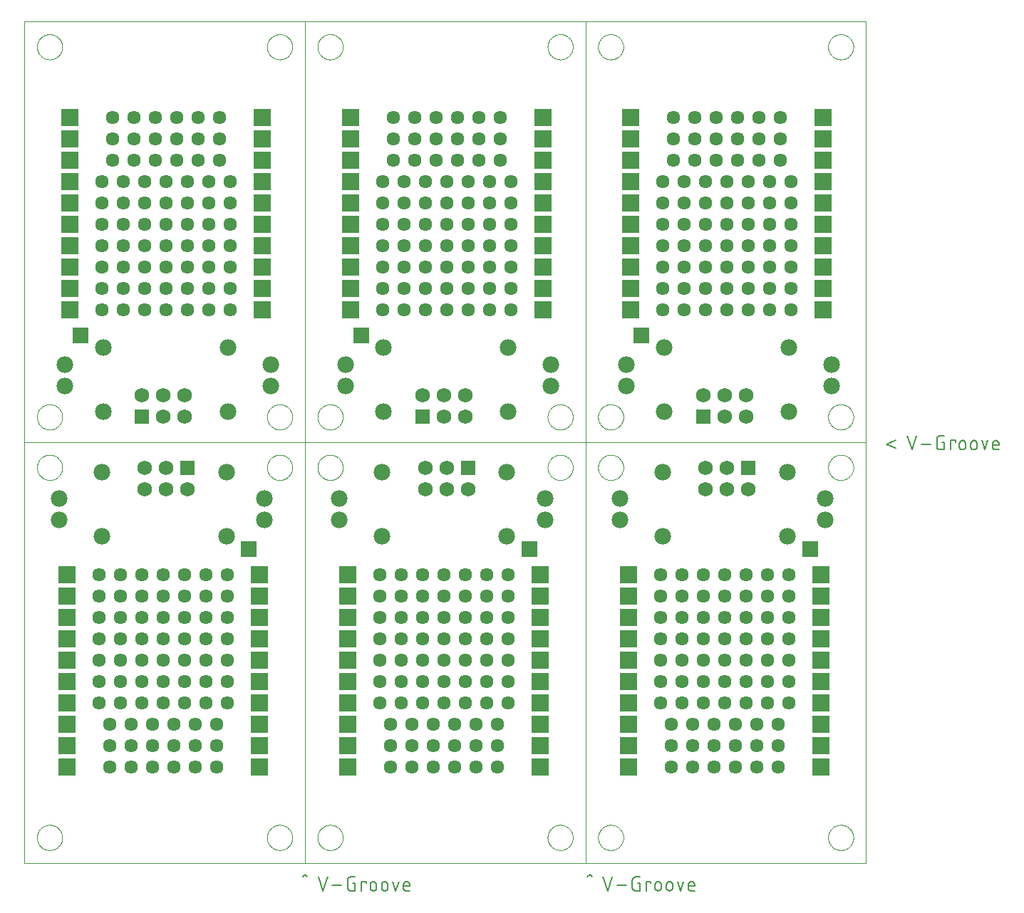
<source format=gbs>
G75*
%MOIN*%
%OFA0B0*%
%FSLAX25Y25*%
%IPPOS*%
%LPD*%
%AMOC8*
5,1,8,0,0,1.08239X$1,22.5*
%
%ADD10C,0.00600*%
%ADD11C,0.00004*%
%ADD12C,0.07800*%
%ADD13R,0.07487X0.07487*%
%ADD14R,0.08000X0.08000*%
%ADD15C,0.06337*%
%ADD16R,0.06896X0.06896*%
%ADD17C,0.06896*%
D10*
X0131172Y0015608D02*
X0132239Y0016674D01*
X0133305Y0015608D01*
X0138516Y0015430D02*
X0140649Y0009030D01*
X0142782Y0015430D01*
X0145080Y0011519D02*
X0149347Y0011519D01*
X0152205Y0010452D02*
X0152205Y0014008D01*
X0152207Y0014082D01*
X0152213Y0014157D01*
X0152223Y0014230D01*
X0152236Y0014304D01*
X0152253Y0014376D01*
X0152275Y0014447D01*
X0152299Y0014518D01*
X0152328Y0014586D01*
X0152360Y0014654D01*
X0152396Y0014719D01*
X0152434Y0014782D01*
X0152477Y0014844D01*
X0152522Y0014903D01*
X0152570Y0014959D01*
X0152621Y0015014D01*
X0152675Y0015065D01*
X0152732Y0015113D01*
X0152791Y0015158D01*
X0152853Y0015201D01*
X0152916Y0015239D01*
X0152981Y0015275D01*
X0153049Y0015307D01*
X0153117Y0015336D01*
X0153188Y0015360D01*
X0153259Y0015382D01*
X0153331Y0015399D01*
X0153405Y0015412D01*
X0153478Y0015422D01*
X0153553Y0015428D01*
X0153627Y0015430D01*
X0155761Y0015430D01*
X0155761Y0012586D02*
X0155761Y0009030D01*
X0153627Y0009030D01*
X0153553Y0009032D01*
X0153478Y0009038D01*
X0153405Y0009048D01*
X0153331Y0009061D01*
X0153259Y0009078D01*
X0153188Y0009100D01*
X0153117Y0009124D01*
X0153049Y0009153D01*
X0152981Y0009185D01*
X0152916Y0009221D01*
X0152853Y0009259D01*
X0152791Y0009302D01*
X0152732Y0009347D01*
X0152675Y0009395D01*
X0152621Y0009446D01*
X0152570Y0009500D01*
X0152522Y0009557D01*
X0152477Y0009616D01*
X0152434Y0009678D01*
X0152396Y0009741D01*
X0152360Y0009806D01*
X0152328Y0009874D01*
X0152299Y0009942D01*
X0152275Y0010013D01*
X0152253Y0010084D01*
X0152236Y0010156D01*
X0152223Y0010230D01*
X0152213Y0010303D01*
X0152207Y0010378D01*
X0152205Y0010452D01*
X0154694Y0012586D02*
X0155761Y0012586D01*
X0158748Y0013297D02*
X0160881Y0013297D01*
X0160881Y0012586D01*
X0162817Y0011874D02*
X0162817Y0010452D01*
X0162818Y0010452D02*
X0162820Y0010378D01*
X0162826Y0010303D01*
X0162836Y0010230D01*
X0162849Y0010156D01*
X0162866Y0010084D01*
X0162888Y0010013D01*
X0162912Y0009942D01*
X0162941Y0009874D01*
X0162973Y0009806D01*
X0163009Y0009741D01*
X0163047Y0009678D01*
X0163090Y0009616D01*
X0163135Y0009557D01*
X0163183Y0009500D01*
X0163234Y0009446D01*
X0163288Y0009395D01*
X0163345Y0009347D01*
X0163404Y0009302D01*
X0163466Y0009259D01*
X0163529Y0009221D01*
X0163594Y0009185D01*
X0163662Y0009153D01*
X0163730Y0009124D01*
X0163801Y0009100D01*
X0163872Y0009078D01*
X0163944Y0009061D01*
X0164018Y0009048D01*
X0164091Y0009038D01*
X0164166Y0009032D01*
X0164240Y0009030D01*
X0164314Y0009032D01*
X0164389Y0009038D01*
X0164462Y0009048D01*
X0164536Y0009061D01*
X0164608Y0009078D01*
X0164679Y0009100D01*
X0164750Y0009124D01*
X0164818Y0009153D01*
X0164886Y0009185D01*
X0164951Y0009221D01*
X0165014Y0009259D01*
X0165076Y0009302D01*
X0165135Y0009347D01*
X0165192Y0009395D01*
X0165246Y0009446D01*
X0165297Y0009500D01*
X0165345Y0009557D01*
X0165390Y0009616D01*
X0165433Y0009678D01*
X0165471Y0009741D01*
X0165507Y0009806D01*
X0165539Y0009874D01*
X0165568Y0009942D01*
X0165592Y0010013D01*
X0165614Y0010084D01*
X0165631Y0010156D01*
X0165644Y0010230D01*
X0165654Y0010303D01*
X0165660Y0010378D01*
X0165662Y0010452D01*
X0165662Y0011874D01*
X0165660Y0011948D01*
X0165654Y0012023D01*
X0165644Y0012096D01*
X0165631Y0012170D01*
X0165614Y0012242D01*
X0165592Y0012313D01*
X0165568Y0012384D01*
X0165539Y0012452D01*
X0165507Y0012520D01*
X0165471Y0012585D01*
X0165433Y0012648D01*
X0165390Y0012710D01*
X0165345Y0012769D01*
X0165297Y0012826D01*
X0165246Y0012880D01*
X0165192Y0012931D01*
X0165135Y0012979D01*
X0165076Y0013024D01*
X0165014Y0013067D01*
X0164951Y0013105D01*
X0164886Y0013141D01*
X0164818Y0013173D01*
X0164750Y0013202D01*
X0164679Y0013226D01*
X0164608Y0013248D01*
X0164536Y0013265D01*
X0164462Y0013278D01*
X0164389Y0013288D01*
X0164314Y0013294D01*
X0164240Y0013296D01*
X0164166Y0013294D01*
X0164091Y0013288D01*
X0164018Y0013278D01*
X0163944Y0013265D01*
X0163872Y0013248D01*
X0163801Y0013226D01*
X0163730Y0013202D01*
X0163662Y0013173D01*
X0163594Y0013141D01*
X0163529Y0013105D01*
X0163466Y0013067D01*
X0163404Y0013024D01*
X0163345Y0012979D01*
X0163288Y0012931D01*
X0163234Y0012880D01*
X0163183Y0012826D01*
X0163135Y0012769D01*
X0163090Y0012710D01*
X0163047Y0012648D01*
X0163009Y0012585D01*
X0162973Y0012520D01*
X0162941Y0012452D01*
X0162912Y0012384D01*
X0162888Y0012313D01*
X0162866Y0012242D01*
X0162849Y0012170D01*
X0162836Y0012096D01*
X0162826Y0012023D01*
X0162820Y0011948D01*
X0162818Y0011874D01*
X0158748Y0013297D02*
X0158748Y0009030D01*
X0168151Y0010452D02*
X0168151Y0011874D01*
X0168153Y0011948D01*
X0168159Y0012023D01*
X0168169Y0012096D01*
X0168182Y0012170D01*
X0168199Y0012242D01*
X0168221Y0012313D01*
X0168245Y0012384D01*
X0168274Y0012452D01*
X0168306Y0012520D01*
X0168342Y0012585D01*
X0168380Y0012648D01*
X0168423Y0012710D01*
X0168468Y0012769D01*
X0168516Y0012826D01*
X0168567Y0012880D01*
X0168621Y0012931D01*
X0168678Y0012979D01*
X0168737Y0013024D01*
X0168799Y0013067D01*
X0168862Y0013105D01*
X0168927Y0013141D01*
X0168995Y0013173D01*
X0169063Y0013202D01*
X0169134Y0013226D01*
X0169205Y0013248D01*
X0169277Y0013265D01*
X0169351Y0013278D01*
X0169424Y0013288D01*
X0169499Y0013294D01*
X0169573Y0013296D01*
X0169647Y0013294D01*
X0169722Y0013288D01*
X0169795Y0013278D01*
X0169869Y0013265D01*
X0169941Y0013248D01*
X0170012Y0013226D01*
X0170083Y0013202D01*
X0170151Y0013173D01*
X0170219Y0013141D01*
X0170284Y0013105D01*
X0170347Y0013067D01*
X0170409Y0013024D01*
X0170468Y0012979D01*
X0170525Y0012931D01*
X0170579Y0012880D01*
X0170630Y0012826D01*
X0170678Y0012769D01*
X0170723Y0012710D01*
X0170766Y0012648D01*
X0170804Y0012585D01*
X0170840Y0012520D01*
X0170872Y0012452D01*
X0170901Y0012384D01*
X0170925Y0012313D01*
X0170947Y0012242D01*
X0170964Y0012170D01*
X0170977Y0012096D01*
X0170987Y0012023D01*
X0170993Y0011948D01*
X0170995Y0011874D01*
X0170995Y0010452D01*
X0170993Y0010378D01*
X0170987Y0010303D01*
X0170977Y0010230D01*
X0170964Y0010156D01*
X0170947Y0010084D01*
X0170925Y0010013D01*
X0170901Y0009942D01*
X0170872Y0009874D01*
X0170840Y0009806D01*
X0170804Y0009741D01*
X0170766Y0009678D01*
X0170723Y0009616D01*
X0170678Y0009557D01*
X0170630Y0009500D01*
X0170579Y0009446D01*
X0170525Y0009395D01*
X0170468Y0009347D01*
X0170409Y0009302D01*
X0170347Y0009259D01*
X0170284Y0009221D01*
X0170219Y0009185D01*
X0170151Y0009153D01*
X0170083Y0009124D01*
X0170012Y0009100D01*
X0169941Y0009078D01*
X0169869Y0009061D01*
X0169795Y0009048D01*
X0169722Y0009038D01*
X0169647Y0009032D01*
X0169573Y0009030D01*
X0169499Y0009032D01*
X0169424Y0009038D01*
X0169351Y0009048D01*
X0169277Y0009061D01*
X0169205Y0009078D01*
X0169134Y0009100D01*
X0169063Y0009124D01*
X0168995Y0009153D01*
X0168927Y0009185D01*
X0168862Y0009221D01*
X0168799Y0009259D01*
X0168737Y0009302D01*
X0168678Y0009347D01*
X0168621Y0009395D01*
X0168567Y0009446D01*
X0168516Y0009500D01*
X0168468Y0009557D01*
X0168423Y0009616D01*
X0168380Y0009678D01*
X0168342Y0009741D01*
X0168306Y0009806D01*
X0168274Y0009874D01*
X0168245Y0009942D01*
X0168221Y0010013D01*
X0168199Y0010084D01*
X0168182Y0010156D01*
X0168169Y0010230D01*
X0168159Y0010303D01*
X0168153Y0010378D01*
X0168151Y0010452D01*
X0173279Y0013297D02*
X0174701Y0009030D01*
X0176124Y0013297D01*
X0178408Y0011874D02*
X0178408Y0010097D01*
X0178407Y0010097D02*
X0178409Y0010033D01*
X0178415Y0009968D01*
X0178424Y0009905D01*
X0178438Y0009842D01*
X0178455Y0009780D01*
X0178476Y0009719D01*
X0178501Y0009659D01*
X0178529Y0009601D01*
X0178561Y0009545D01*
X0178596Y0009491D01*
X0178634Y0009439D01*
X0178675Y0009389D01*
X0178720Y0009343D01*
X0178766Y0009298D01*
X0178816Y0009257D01*
X0178868Y0009219D01*
X0178922Y0009184D01*
X0178978Y0009152D01*
X0179036Y0009124D01*
X0179096Y0009099D01*
X0179157Y0009078D01*
X0179219Y0009061D01*
X0179282Y0009047D01*
X0179345Y0009038D01*
X0179410Y0009032D01*
X0179474Y0009030D01*
X0181252Y0009030D01*
X0181252Y0011163D02*
X0178408Y0011163D01*
X0178408Y0011874D02*
X0178410Y0011948D01*
X0178416Y0012023D01*
X0178426Y0012096D01*
X0178439Y0012170D01*
X0178456Y0012242D01*
X0178478Y0012313D01*
X0178502Y0012384D01*
X0178531Y0012452D01*
X0178563Y0012520D01*
X0178599Y0012585D01*
X0178637Y0012648D01*
X0178680Y0012710D01*
X0178725Y0012769D01*
X0178773Y0012826D01*
X0178824Y0012880D01*
X0178878Y0012931D01*
X0178935Y0012979D01*
X0178994Y0013024D01*
X0179056Y0013067D01*
X0179119Y0013105D01*
X0179184Y0013141D01*
X0179252Y0013173D01*
X0179320Y0013202D01*
X0179391Y0013226D01*
X0179462Y0013248D01*
X0179534Y0013265D01*
X0179608Y0013278D01*
X0179681Y0013288D01*
X0179756Y0013294D01*
X0179830Y0013296D01*
X0179904Y0013294D01*
X0179979Y0013288D01*
X0180052Y0013278D01*
X0180126Y0013265D01*
X0180198Y0013248D01*
X0180269Y0013226D01*
X0180340Y0013202D01*
X0180408Y0013173D01*
X0180476Y0013141D01*
X0180541Y0013105D01*
X0180604Y0013067D01*
X0180666Y0013024D01*
X0180725Y0012979D01*
X0180782Y0012931D01*
X0180836Y0012880D01*
X0180887Y0012826D01*
X0180935Y0012769D01*
X0180980Y0012710D01*
X0181023Y0012648D01*
X0181061Y0012585D01*
X0181097Y0012520D01*
X0181129Y0012452D01*
X0181158Y0012384D01*
X0181182Y0012313D01*
X0181204Y0012242D01*
X0181221Y0012170D01*
X0181234Y0012096D01*
X0181244Y0012023D01*
X0181250Y0011948D01*
X0181252Y0011874D01*
X0181252Y0011163D01*
X0264372Y0015608D02*
X0265439Y0016674D01*
X0266505Y0015608D01*
X0271716Y0015430D02*
X0273849Y0009030D01*
X0275982Y0015430D01*
X0278280Y0011519D02*
X0282547Y0011519D01*
X0285405Y0010452D02*
X0285405Y0014008D01*
X0285407Y0014082D01*
X0285413Y0014157D01*
X0285423Y0014230D01*
X0285436Y0014304D01*
X0285453Y0014376D01*
X0285475Y0014447D01*
X0285499Y0014518D01*
X0285528Y0014586D01*
X0285560Y0014654D01*
X0285596Y0014719D01*
X0285634Y0014782D01*
X0285677Y0014844D01*
X0285722Y0014903D01*
X0285770Y0014959D01*
X0285821Y0015014D01*
X0285875Y0015065D01*
X0285932Y0015113D01*
X0285991Y0015158D01*
X0286053Y0015201D01*
X0286116Y0015239D01*
X0286181Y0015275D01*
X0286249Y0015307D01*
X0286317Y0015336D01*
X0286388Y0015360D01*
X0286459Y0015382D01*
X0286531Y0015399D01*
X0286605Y0015412D01*
X0286678Y0015422D01*
X0286753Y0015428D01*
X0286827Y0015430D01*
X0288961Y0015430D01*
X0288961Y0012586D02*
X0288961Y0009030D01*
X0286827Y0009030D01*
X0286753Y0009032D01*
X0286678Y0009038D01*
X0286605Y0009048D01*
X0286531Y0009061D01*
X0286459Y0009078D01*
X0286388Y0009100D01*
X0286317Y0009124D01*
X0286249Y0009153D01*
X0286181Y0009185D01*
X0286116Y0009221D01*
X0286053Y0009259D01*
X0285991Y0009302D01*
X0285932Y0009347D01*
X0285875Y0009395D01*
X0285821Y0009446D01*
X0285770Y0009500D01*
X0285722Y0009557D01*
X0285677Y0009616D01*
X0285634Y0009678D01*
X0285596Y0009741D01*
X0285560Y0009806D01*
X0285528Y0009874D01*
X0285499Y0009942D01*
X0285475Y0010013D01*
X0285453Y0010084D01*
X0285436Y0010156D01*
X0285423Y0010230D01*
X0285413Y0010303D01*
X0285407Y0010378D01*
X0285405Y0010452D01*
X0287894Y0012586D02*
X0288961Y0012586D01*
X0291948Y0013297D02*
X0294081Y0013297D01*
X0294081Y0012586D01*
X0296017Y0011874D02*
X0296017Y0010452D01*
X0296018Y0010452D02*
X0296020Y0010378D01*
X0296026Y0010303D01*
X0296036Y0010230D01*
X0296049Y0010156D01*
X0296066Y0010084D01*
X0296088Y0010013D01*
X0296112Y0009942D01*
X0296141Y0009874D01*
X0296173Y0009806D01*
X0296209Y0009741D01*
X0296247Y0009678D01*
X0296290Y0009616D01*
X0296335Y0009557D01*
X0296383Y0009500D01*
X0296434Y0009446D01*
X0296488Y0009395D01*
X0296545Y0009347D01*
X0296604Y0009302D01*
X0296666Y0009259D01*
X0296729Y0009221D01*
X0296794Y0009185D01*
X0296862Y0009153D01*
X0296930Y0009124D01*
X0297001Y0009100D01*
X0297072Y0009078D01*
X0297144Y0009061D01*
X0297218Y0009048D01*
X0297291Y0009038D01*
X0297366Y0009032D01*
X0297440Y0009030D01*
X0297514Y0009032D01*
X0297589Y0009038D01*
X0297662Y0009048D01*
X0297736Y0009061D01*
X0297808Y0009078D01*
X0297879Y0009100D01*
X0297950Y0009124D01*
X0298018Y0009153D01*
X0298086Y0009185D01*
X0298151Y0009221D01*
X0298214Y0009259D01*
X0298276Y0009302D01*
X0298335Y0009347D01*
X0298392Y0009395D01*
X0298446Y0009446D01*
X0298497Y0009500D01*
X0298545Y0009557D01*
X0298590Y0009616D01*
X0298633Y0009678D01*
X0298671Y0009741D01*
X0298707Y0009806D01*
X0298739Y0009874D01*
X0298768Y0009942D01*
X0298792Y0010013D01*
X0298814Y0010084D01*
X0298831Y0010156D01*
X0298844Y0010230D01*
X0298854Y0010303D01*
X0298860Y0010378D01*
X0298862Y0010452D01*
X0298862Y0011874D01*
X0298860Y0011948D01*
X0298854Y0012023D01*
X0298844Y0012096D01*
X0298831Y0012170D01*
X0298814Y0012242D01*
X0298792Y0012313D01*
X0298768Y0012384D01*
X0298739Y0012452D01*
X0298707Y0012520D01*
X0298671Y0012585D01*
X0298633Y0012648D01*
X0298590Y0012710D01*
X0298545Y0012769D01*
X0298497Y0012826D01*
X0298446Y0012880D01*
X0298392Y0012931D01*
X0298335Y0012979D01*
X0298276Y0013024D01*
X0298214Y0013067D01*
X0298151Y0013105D01*
X0298086Y0013141D01*
X0298018Y0013173D01*
X0297950Y0013202D01*
X0297879Y0013226D01*
X0297808Y0013248D01*
X0297736Y0013265D01*
X0297662Y0013278D01*
X0297589Y0013288D01*
X0297514Y0013294D01*
X0297440Y0013296D01*
X0297366Y0013294D01*
X0297291Y0013288D01*
X0297218Y0013278D01*
X0297144Y0013265D01*
X0297072Y0013248D01*
X0297001Y0013226D01*
X0296930Y0013202D01*
X0296862Y0013173D01*
X0296794Y0013141D01*
X0296729Y0013105D01*
X0296666Y0013067D01*
X0296604Y0013024D01*
X0296545Y0012979D01*
X0296488Y0012931D01*
X0296434Y0012880D01*
X0296383Y0012826D01*
X0296335Y0012769D01*
X0296290Y0012710D01*
X0296247Y0012648D01*
X0296209Y0012585D01*
X0296173Y0012520D01*
X0296141Y0012452D01*
X0296112Y0012384D01*
X0296088Y0012313D01*
X0296066Y0012242D01*
X0296049Y0012170D01*
X0296036Y0012096D01*
X0296026Y0012023D01*
X0296020Y0011948D01*
X0296018Y0011874D01*
X0291948Y0013297D02*
X0291948Y0009030D01*
X0301351Y0010452D02*
X0301351Y0011874D01*
X0301353Y0011948D01*
X0301359Y0012023D01*
X0301369Y0012096D01*
X0301382Y0012170D01*
X0301399Y0012242D01*
X0301421Y0012313D01*
X0301445Y0012384D01*
X0301474Y0012452D01*
X0301506Y0012520D01*
X0301542Y0012585D01*
X0301580Y0012648D01*
X0301623Y0012710D01*
X0301668Y0012769D01*
X0301716Y0012826D01*
X0301767Y0012880D01*
X0301821Y0012931D01*
X0301878Y0012979D01*
X0301937Y0013024D01*
X0301999Y0013067D01*
X0302062Y0013105D01*
X0302127Y0013141D01*
X0302195Y0013173D01*
X0302263Y0013202D01*
X0302334Y0013226D01*
X0302405Y0013248D01*
X0302477Y0013265D01*
X0302551Y0013278D01*
X0302624Y0013288D01*
X0302699Y0013294D01*
X0302773Y0013296D01*
X0302847Y0013294D01*
X0302922Y0013288D01*
X0302995Y0013278D01*
X0303069Y0013265D01*
X0303141Y0013248D01*
X0303212Y0013226D01*
X0303283Y0013202D01*
X0303351Y0013173D01*
X0303419Y0013141D01*
X0303484Y0013105D01*
X0303547Y0013067D01*
X0303609Y0013024D01*
X0303668Y0012979D01*
X0303725Y0012931D01*
X0303779Y0012880D01*
X0303830Y0012826D01*
X0303878Y0012769D01*
X0303923Y0012710D01*
X0303966Y0012648D01*
X0304004Y0012585D01*
X0304040Y0012520D01*
X0304072Y0012452D01*
X0304101Y0012384D01*
X0304125Y0012313D01*
X0304147Y0012242D01*
X0304164Y0012170D01*
X0304177Y0012096D01*
X0304187Y0012023D01*
X0304193Y0011948D01*
X0304195Y0011874D01*
X0304195Y0010452D01*
X0304193Y0010378D01*
X0304187Y0010303D01*
X0304177Y0010230D01*
X0304164Y0010156D01*
X0304147Y0010084D01*
X0304125Y0010013D01*
X0304101Y0009942D01*
X0304072Y0009874D01*
X0304040Y0009806D01*
X0304004Y0009741D01*
X0303966Y0009678D01*
X0303923Y0009616D01*
X0303878Y0009557D01*
X0303830Y0009500D01*
X0303779Y0009446D01*
X0303725Y0009395D01*
X0303668Y0009347D01*
X0303609Y0009302D01*
X0303547Y0009259D01*
X0303484Y0009221D01*
X0303419Y0009185D01*
X0303351Y0009153D01*
X0303283Y0009124D01*
X0303212Y0009100D01*
X0303141Y0009078D01*
X0303069Y0009061D01*
X0302995Y0009048D01*
X0302922Y0009038D01*
X0302847Y0009032D01*
X0302773Y0009030D01*
X0302699Y0009032D01*
X0302624Y0009038D01*
X0302551Y0009048D01*
X0302477Y0009061D01*
X0302405Y0009078D01*
X0302334Y0009100D01*
X0302263Y0009124D01*
X0302195Y0009153D01*
X0302127Y0009185D01*
X0302062Y0009221D01*
X0301999Y0009259D01*
X0301937Y0009302D01*
X0301878Y0009347D01*
X0301821Y0009395D01*
X0301767Y0009446D01*
X0301716Y0009500D01*
X0301668Y0009557D01*
X0301623Y0009616D01*
X0301580Y0009678D01*
X0301542Y0009741D01*
X0301506Y0009806D01*
X0301474Y0009874D01*
X0301445Y0009942D01*
X0301421Y0010013D01*
X0301399Y0010084D01*
X0301382Y0010156D01*
X0301369Y0010230D01*
X0301359Y0010303D01*
X0301353Y0010378D01*
X0301351Y0010452D01*
X0306479Y0013297D02*
X0307901Y0009030D01*
X0309324Y0013297D01*
X0311608Y0011874D02*
X0311608Y0010097D01*
X0311607Y0010097D02*
X0311609Y0010033D01*
X0311615Y0009968D01*
X0311624Y0009905D01*
X0311638Y0009842D01*
X0311655Y0009780D01*
X0311676Y0009719D01*
X0311701Y0009659D01*
X0311729Y0009601D01*
X0311761Y0009545D01*
X0311796Y0009491D01*
X0311834Y0009439D01*
X0311875Y0009389D01*
X0311920Y0009343D01*
X0311966Y0009298D01*
X0312016Y0009257D01*
X0312068Y0009219D01*
X0312122Y0009184D01*
X0312178Y0009152D01*
X0312236Y0009124D01*
X0312296Y0009099D01*
X0312357Y0009078D01*
X0312419Y0009061D01*
X0312482Y0009047D01*
X0312545Y0009038D01*
X0312610Y0009032D01*
X0312674Y0009030D01*
X0314452Y0009030D01*
X0314452Y0011163D02*
X0311608Y0011163D01*
X0311608Y0011874D02*
X0311610Y0011948D01*
X0311616Y0012023D01*
X0311626Y0012096D01*
X0311639Y0012170D01*
X0311656Y0012242D01*
X0311678Y0012313D01*
X0311702Y0012384D01*
X0311731Y0012452D01*
X0311763Y0012520D01*
X0311799Y0012585D01*
X0311837Y0012648D01*
X0311880Y0012710D01*
X0311925Y0012769D01*
X0311973Y0012826D01*
X0312024Y0012880D01*
X0312078Y0012931D01*
X0312135Y0012979D01*
X0312194Y0013024D01*
X0312256Y0013067D01*
X0312319Y0013105D01*
X0312384Y0013141D01*
X0312452Y0013173D01*
X0312520Y0013202D01*
X0312591Y0013226D01*
X0312662Y0013248D01*
X0312734Y0013265D01*
X0312808Y0013278D01*
X0312881Y0013288D01*
X0312956Y0013294D01*
X0313030Y0013296D01*
X0313104Y0013294D01*
X0313179Y0013288D01*
X0313252Y0013278D01*
X0313326Y0013265D01*
X0313398Y0013248D01*
X0313469Y0013226D01*
X0313540Y0013202D01*
X0313608Y0013173D01*
X0313676Y0013141D01*
X0313741Y0013105D01*
X0313804Y0013067D01*
X0313866Y0013024D01*
X0313925Y0012979D01*
X0313982Y0012931D01*
X0314036Y0012880D01*
X0314087Y0012826D01*
X0314135Y0012769D01*
X0314180Y0012710D01*
X0314223Y0012648D01*
X0314261Y0012585D01*
X0314297Y0012520D01*
X0314329Y0012452D01*
X0314358Y0012384D01*
X0314382Y0012313D01*
X0314404Y0012242D01*
X0314421Y0012170D01*
X0314434Y0012096D01*
X0314444Y0012023D01*
X0314450Y0011948D01*
X0314452Y0011874D01*
X0314452Y0011163D01*
X0404232Y0217979D02*
X0408499Y0216201D01*
X0408499Y0219757D02*
X0404232Y0217979D01*
X0414078Y0221890D02*
X0416212Y0215490D01*
X0418345Y0221890D01*
X0420643Y0217979D02*
X0424909Y0217979D01*
X0427768Y0216912D02*
X0427768Y0220468D01*
X0427770Y0220542D01*
X0427776Y0220617D01*
X0427786Y0220690D01*
X0427799Y0220764D01*
X0427816Y0220836D01*
X0427838Y0220907D01*
X0427862Y0220978D01*
X0427891Y0221046D01*
X0427923Y0221114D01*
X0427959Y0221179D01*
X0427997Y0221242D01*
X0428040Y0221304D01*
X0428085Y0221363D01*
X0428133Y0221419D01*
X0428184Y0221474D01*
X0428238Y0221525D01*
X0428295Y0221573D01*
X0428354Y0221618D01*
X0428416Y0221661D01*
X0428479Y0221699D01*
X0428544Y0221735D01*
X0428612Y0221767D01*
X0428680Y0221796D01*
X0428751Y0221820D01*
X0428822Y0221842D01*
X0428894Y0221859D01*
X0428968Y0221872D01*
X0429041Y0221882D01*
X0429116Y0221888D01*
X0429190Y0221890D01*
X0431323Y0221890D01*
X0431323Y0219046D02*
X0431323Y0215490D01*
X0429190Y0215490D01*
X0429116Y0215492D01*
X0429041Y0215498D01*
X0428968Y0215508D01*
X0428894Y0215521D01*
X0428822Y0215538D01*
X0428751Y0215560D01*
X0428680Y0215584D01*
X0428612Y0215613D01*
X0428544Y0215645D01*
X0428479Y0215681D01*
X0428416Y0215719D01*
X0428354Y0215762D01*
X0428295Y0215807D01*
X0428238Y0215855D01*
X0428184Y0215906D01*
X0428133Y0215960D01*
X0428085Y0216017D01*
X0428040Y0216076D01*
X0427997Y0216138D01*
X0427959Y0216201D01*
X0427923Y0216266D01*
X0427891Y0216334D01*
X0427862Y0216402D01*
X0427838Y0216473D01*
X0427816Y0216544D01*
X0427799Y0216616D01*
X0427786Y0216690D01*
X0427776Y0216763D01*
X0427770Y0216838D01*
X0427768Y0216912D01*
X0430257Y0219046D02*
X0431323Y0219046D01*
X0434311Y0219757D02*
X0434311Y0215490D01*
X0436444Y0219046D02*
X0436444Y0219757D01*
X0434311Y0219757D01*
X0438380Y0218334D02*
X0438380Y0216912D01*
X0438382Y0216838D01*
X0438388Y0216763D01*
X0438398Y0216690D01*
X0438411Y0216616D01*
X0438428Y0216544D01*
X0438450Y0216473D01*
X0438474Y0216402D01*
X0438503Y0216334D01*
X0438535Y0216266D01*
X0438571Y0216201D01*
X0438609Y0216138D01*
X0438652Y0216076D01*
X0438697Y0216017D01*
X0438745Y0215960D01*
X0438796Y0215906D01*
X0438850Y0215855D01*
X0438907Y0215807D01*
X0438966Y0215762D01*
X0439028Y0215719D01*
X0439091Y0215681D01*
X0439156Y0215645D01*
X0439224Y0215613D01*
X0439292Y0215584D01*
X0439363Y0215560D01*
X0439434Y0215538D01*
X0439506Y0215521D01*
X0439580Y0215508D01*
X0439653Y0215498D01*
X0439728Y0215492D01*
X0439802Y0215490D01*
X0439876Y0215492D01*
X0439951Y0215498D01*
X0440024Y0215508D01*
X0440098Y0215521D01*
X0440170Y0215538D01*
X0440241Y0215560D01*
X0440312Y0215584D01*
X0440380Y0215613D01*
X0440448Y0215645D01*
X0440513Y0215681D01*
X0440576Y0215719D01*
X0440638Y0215762D01*
X0440697Y0215807D01*
X0440754Y0215855D01*
X0440808Y0215906D01*
X0440859Y0215960D01*
X0440907Y0216017D01*
X0440952Y0216076D01*
X0440995Y0216138D01*
X0441033Y0216201D01*
X0441069Y0216266D01*
X0441101Y0216334D01*
X0441130Y0216402D01*
X0441154Y0216473D01*
X0441176Y0216544D01*
X0441193Y0216616D01*
X0441206Y0216690D01*
X0441216Y0216763D01*
X0441222Y0216838D01*
X0441224Y0216912D01*
X0441224Y0218334D01*
X0441222Y0218408D01*
X0441216Y0218483D01*
X0441206Y0218556D01*
X0441193Y0218630D01*
X0441176Y0218702D01*
X0441154Y0218773D01*
X0441130Y0218844D01*
X0441101Y0218912D01*
X0441069Y0218980D01*
X0441033Y0219045D01*
X0440995Y0219108D01*
X0440952Y0219170D01*
X0440907Y0219229D01*
X0440859Y0219286D01*
X0440808Y0219340D01*
X0440754Y0219391D01*
X0440697Y0219439D01*
X0440638Y0219484D01*
X0440576Y0219527D01*
X0440513Y0219565D01*
X0440448Y0219601D01*
X0440380Y0219633D01*
X0440312Y0219662D01*
X0440241Y0219686D01*
X0440170Y0219708D01*
X0440098Y0219725D01*
X0440024Y0219738D01*
X0439951Y0219748D01*
X0439876Y0219754D01*
X0439802Y0219756D01*
X0439728Y0219754D01*
X0439653Y0219748D01*
X0439580Y0219738D01*
X0439506Y0219725D01*
X0439434Y0219708D01*
X0439363Y0219686D01*
X0439292Y0219662D01*
X0439224Y0219633D01*
X0439156Y0219601D01*
X0439091Y0219565D01*
X0439028Y0219527D01*
X0438966Y0219484D01*
X0438907Y0219439D01*
X0438850Y0219391D01*
X0438796Y0219340D01*
X0438745Y0219286D01*
X0438697Y0219229D01*
X0438652Y0219170D01*
X0438609Y0219108D01*
X0438571Y0219045D01*
X0438535Y0218980D01*
X0438503Y0218912D01*
X0438474Y0218844D01*
X0438450Y0218773D01*
X0438428Y0218702D01*
X0438411Y0218630D01*
X0438398Y0218556D01*
X0438388Y0218483D01*
X0438382Y0218408D01*
X0438380Y0218334D01*
X0443713Y0218334D02*
X0443713Y0216912D01*
X0443714Y0216912D02*
X0443716Y0216838D01*
X0443722Y0216763D01*
X0443732Y0216690D01*
X0443745Y0216616D01*
X0443762Y0216544D01*
X0443784Y0216473D01*
X0443808Y0216402D01*
X0443837Y0216334D01*
X0443869Y0216266D01*
X0443905Y0216201D01*
X0443943Y0216138D01*
X0443986Y0216076D01*
X0444031Y0216017D01*
X0444079Y0215960D01*
X0444130Y0215906D01*
X0444184Y0215855D01*
X0444241Y0215807D01*
X0444300Y0215762D01*
X0444362Y0215719D01*
X0444425Y0215681D01*
X0444490Y0215645D01*
X0444558Y0215613D01*
X0444626Y0215584D01*
X0444697Y0215560D01*
X0444768Y0215538D01*
X0444840Y0215521D01*
X0444914Y0215508D01*
X0444987Y0215498D01*
X0445062Y0215492D01*
X0445136Y0215490D01*
X0445210Y0215492D01*
X0445285Y0215498D01*
X0445358Y0215508D01*
X0445432Y0215521D01*
X0445504Y0215538D01*
X0445575Y0215560D01*
X0445646Y0215584D01*
X0445714Y0215613D01*
X0445782Y0215645D01*
X0445847Y0215681D01*
X0445910Y0215719D01*
X0445972Y0215762D01*
X0446031Y0215807D01*
X0446088Y0215855D01*
X0446142Y0215906D01*
X0446193Y0215960D01*
X0446241Y0216017D01*
X0446286Y0216076D01*
X0446329Y0216138D01*
X0446367Y0216201D01*
X0446403Y0216266D01*
X0446435Y0216334D01*
X0446464Y0216402D01*
X0446488Y0216473D01*
X0446510Y0216544D01*
X0446527Y0216616D01*
X0446540Y0216690D01*
X0446550Y0216763D01*
X0446556Y0216838D01*
X0446558Y0216912D01*
X0446558Y0218334D01*
X0446556Y0218408D01*
X0446550Y0218483D01*
X0446540Y0218556D01*
X0446527Y0218630D01*
X0446510Y0218702D01*
X0446488Y0218773D01*
X0446464Y0218844D01*
X0446435Y0218912D01*
X0446403Y0218980D01*
X0446367Y0219045D01*
X0446329Y0219108D01*
X0446286Y0219170D01*
X0446241Y0219229D01*
X0446193Y0219286D01*
X0446142Y0219340D01*
X0446088Y0219391D01*
X0446031Y0219439D01*
X0445972Y0219484D01*
X0445910Y0219527D01*
X0445847Y0219565D01*
X0445782Y0219601D01*
X0445714Y0219633D01*
X0445646Y0219662D01*
X0445575Y0219686D01*
X0445504Y0219708D01*
X0445432Y0219725D01*
X0445358Y0219738D01*
X0445285Y0219748D01*
X0445210Y0219754D01*
X0445136Y0219756D01*
X0445062Y0219754D01*
X0444987Y0219748D01*
X0444914Y0219738D01*
X0444840Y0219725D01*
X0444768Y0219708D01*
X0444697Y0219686D01*
X0444626Y0219662D01*
X0444558Y0219633D01*
X0444490Y0219601D01*
X0444425Y0219565D01*
X0444362Y0219527D01*
X0444300Y0219484D01*
X0444241Y0219439D01*
X0444184Y0219391D01*
X0444130Y0219340D01*
X0444079Y0219286D01*
X0444031Y0219229D01*
X0443986Y0219170D01*
X0443943Y0219108D01*
X0443905Y0219045D01*
X0443869Y0218980D01*
X0443837Y0218912D01*
X0443808Y0218844D01*
X0443784Y0218773D01*
X0443762Y0218702D01*
X0443745Y0218630D01*
X0443732Y0218556D01*
X0443722Y0218483D01*
X0443716Y0218408D01*
X0443714Y0218334D01*
X0448842Y0219757D02*
X0450264Y0215490D01*
X0451686Y0219757D01*
X0453970Y0218334D02*
X0453970Y0216557D01*
X0453970Y0217623D02*
X0456815Y0217623D01*
X0456815Y0218334D01*
X0456814Y0218334D02*
X0456812Y0218408D01*
X0456806Y0218483D01*
X0456796Y0218556D01*
X0456783Y0218630D01*
X0456766Y0218702D01*
X0456744Y0218773D01*
X0456720Y0218844D01*
X0456691Y0218912D01*
X0456659Y0218980D01*
X0456623Y0219045D01*
X0456585Y0219108D01*
X0456542Y0219170D01*
X0456497Y0219229D01*
X0456449Y0219286D01*
X0456398Y0219340D01*
X0456344Y0219391D01*
X0456287Y0219439D01*
X0456228Y0219484D01*
X0456166Y0219527D01*
X0456103Y0219565D01*
X0456038Y0219601D01*
X0455970Y0219633D01*
X0455902Y0219662D01*
X0455831Y0219686D01*
X0455760Y0219708D01*
X0455688Y0219725D01*
X0455614Y0219738D01*
X0455541Y0219748D01*
X0455466Y0219754D01*
X0455392Y0219756D01*
X0455318Y0219754D01*
X0455243Y0219748D01*
X0455170Y0219738D01*
X0455096Y0219725D01*
X0455024Y0219708D01*
X0454953Y0219686D01*
X0454882Y0219662D01*
X0454814Y0219633D01*
X0454746Y0219601D01*
X0454681Y0219565D01*
X0454618Y0219527D01*
X0454556Y0219484D01*
X0454497Y0219439D01*
X0454440Y0219391D01*
X0454386Y0219340D01*
X0454335Y0219286D01*
X0454287Y0219229D01*
X0454242Y0219170D01*
X0454199Y0219108D01*
X0454161Y0219045D01*
X0454125Y0218980D01*
X0454093Y0218912D01*
X0454064Y0218844D01*
X0454040Y0218773D01*
X0454018Y0218702D01*
X0454001Y0218630D01*
X0453988Y0218556D01*
X0453978Y0218483D01*
X0453972Y0218408D01*
X0453970Y0218334D01*
X0453970Y0216557D02*
X0453972Y0216493D01*
X0453978Y0216428D01*
X0453987Y0216365D01*
X0454001Y0216302D01*
X0454018Y0216240D01*
X0454039Y0216179D01*
X0454064Y0216119D01*
X0454092Y0216061D01*
X0454124Y0216005D01*
X0454159Y0215951D01*
X0454197Y0215899D01*
X0454238Y0215849D01*
X0454283Y0215803D01*
X0454329Y0215758D01*
X0454379Y0215717D01*
X0454431Y0215679D01*
X0454485Y0215644D01*
X0454541Y0215612D01*
X0454599Y0215584D01*
X0454659Y0215559D01*
X0454720Y0215538D01*
X0454782Y0215521D01*
X0454845Y0215507D01*
X0454908Y0215498D01*
X0454973Y0215492D01*
X0455037Y0215490D01*
X0456815Y0215490D01*
D11*
X0394703Y0022050D02*
X0001002Y0022050D01*
X0001002Y0415751D01*
X0394703Y0415751D01*
X0394703Y0022050D01*
X0387086Y0029703D02*
X0386939Y0029560D01*
X0386787Y0029422D01*
X0386631Y0029290D01*
X0386470Y0029163D01*
X0386305Y0029042D01*
X0386135Y0028926D01*
X0385962Y0028816D01*
X0385785Y0028713D01*
X0385605Y0028616D01*
X0385421Y0028525D01*
X0385234Y0028440D01*
X0385045Y0028362D01*
X0384853Y0028291D01*
X0384658Y0028226D01*
X0384461Y0028168D01*
X0384263Y0028117D01*
X0384063Y0028073D01*
X0383861Y0028036D01*
X0383658Y0028005D01*
X0383455Y0027982D01*
X0383250Y0027966D01*
X0383045Y0027958D01*
X0382840Y0027956D01*
X0382636Y0027961D01*
X0382431Y0027973D01*
X0382227Y0027993D01*
X0382024Y0028020D01*
X0381821Y0028053D01*
X0381621Y0028094D01*
X0381421Y0028142D01*
X0381223Y0028196D01*
X0381028Y0028257D01*
X0380835Y0028325D01*
X0380644Y0028400D01*
X0380455Y0028481D01*
X0380270Y0028569D01*
X0380088Y0028663D01*
X0379909Y0028764D01*
X0379734Y0028870D01*
X0379563Y0028983D01*
X0379396Y0029102D01*
X0379233Y0029226D01*
X0379074Y0029356D01*
X0378920Y0029491D01*
X0378771Y0029631D01*
X0378626Y0029777D01*
X0378487Y0029927D01*
X0378353Y0030083D01*
X0378225Y0030242D01*
X0378102Y0030406D01*
X0377985Y0030575D01*
X0377874Y0030747D01*
X0377769Y0030923D01*
X0377670Y0031103D01*
X0377577Y0031286D01*
X0377491Y0031472D01*
X0377412Y0031660D01*
X0377338Y0031852D01*
X0377272Y0032046D01*
X0377212Y0032242D01*
X0377160Y0032440D01*
X0377114Y0032640D01*
X0377075Y0032841D01*
X0377043Y0033044D01*
X0377018Y0033247D01*
X0377000Y0033451D01*
X0376990Y0033656D01*
X0376986Y0033861D01*
X0376990Y0034066D01*
X0377000Y0034271D01*
X0377018Y0034475D01*
X0377043Y0034678D01*
X0377075Y0034881D01*
X0377114Y0035082D01*
X0377160Y0035282D01*
X0377212Y0035480D01*
X0377272Y0035676D01*
X0377338Y0035870D01*
X0377412Y0036062D01*
X0377491Y0036251D01*
X0377577Y0036436D01*
X0377670Y0036619D01*
X0377769Y0036799D01*
X0377874Y0036975D01*
X0377985Y0037147D01*
X0378102Y0037316D01*
X0378225Y0037480D01*
X0378353Y0037640D01*
X0378487Y0037795D01*
X0378626Y0037945D01*
X0378771Y0038091D01*
X0378920Y0038231D01*
X0379074Y0038367D01*
X0379233Y0038496D01*
X0379396Y0038621D01*
X0379563Y0038739D01*
X0379734Y0038852D01*
X0379909Y0038958D01*
X0380088Y0039059D01*
X0380270Y0039153D01*
X0380455Y0039241D01*
X0380644Y0039322D01*
X0380835Y0039397D01*
X0381028Y0039465D01*
X0381223Y0039526D01*
X0381421Y0039581D01*
X0381621Y0039628D01*
X0381821Y0039669D01*
X0382024Y0039702D01*
X0382227Y0039729D01*
X0382431Y0039749D01*
X0382636Y0039761D01*
X0382840Y0039766D01*
X0383045Y0039765D01*
X0383250Y0039756D01*
X0383455Y0039740D01*
X0383658Y0039717D01*
X0383861Y0039686D01*
X0384063Y0039649D01*
X0384263Y0039605D01*
X0384461Y0039554D01*
X0384658Y0039496D01*
X0384853Y0039431D01*
X0385045Y0039360D01*
X0385234Y0039282D01*
X0385421Y0039197D01*
X0385605Y0039106D01*
X0385785Y0039009D01*
X0385962Y0038906D01*
X0386135Y0038796D01*
X0386305Y0038681D01*
X0386470Y0038559D01*
X0386631Y0038432D01*
X0386787Y0038300D01*
X0386939Y0038162D01*
X0387086Y0038019D01*
X0387227Y0037871D01*
X0387364Y0037718D01*
X0387495Y0037560D01*
X0387621Y0037398D01*
X0387741Y0037232D01*
X0387855Y0037062D01*
X0387963Y0036887D01*
X0388065Y0036710D01*
X0388161Y0036528D01*
X0388250Y0036344D01*
X0388333Y0036156D01*
X0388409Y0035966D01*
X0388479Y0035773D01*
X0388542Y0035578D01*
X0388598Y0035381D01*
X0388648Y0035182D01*
X0388690Y0034982D01*
X0388725Y0034780D01*
X0388754Y0034577D01*
X0388775Y0034373D01*
X0388789Y0034168D01*
X0388796Y0033964D01*
X0388796Y0033759D01*
X0388789Y0033554D01*
X0388775Y0033349D01*
X0388754Y0033145D01*
X0388725Y0032942D01*
X0388690Y0032740D01*
X0388648Y0032540D01*
X0388598Y0032341D01*
X0388542Y0032144D01*
X0388479Y0031949D01*
X0388409Y0031756D01*
X0388333Y0031566D01*
X0388250Y0031378D01*
X0388161Y0031194D01*
X0388065Y0031012D01*
X0387963Y0030835D01*
X0387855Y0030660D01*
X0387741Y0030490D01*
X0387621Y0030324D01*
X0387495Y0030162D01*
X0387364Y0030004D01*
X0387227Y0029851D01*
X0387086Y0029703D01*
X0281182Y0033656D02*
X0281186Y0033861D01*
X0281182Y0034066D01*
X0281171Y0034271D01*
X0281154Y0034475D01*
X0281129Y0034678D01*
X0281097Y0034881D01*
X0281058Y0035082D01*
X0281012Y0035282D01*
X0280959Y0035480D01*
X0280900Y0035676D01*
X0280833Y0035870D01*
X0280760Y0036062D01*
X0280681Y0036251D01*
X0280594Y0036436D01*
X0280502Y0036619D01*
X0280403Y0036799D01*
X0280298Y0036975D01*
X0280187Y0037147D01*
X0280070Y0037316D01*
X0279947Y0037480D01*
X0279819Y0037640D01*
X0279685Y0037795D01*
X0279546Y0037945D01*
X0279401Y0038091D01*
X0279252Y0038231D01*
X0279098Y0038367D01*
X0278939Y0038496D01*
X0278776Y0038621D01*
X0278609Y0038739D01*
X0278438Y0038852D01*
X0278262Y0038958D01*
X0278084Y0039059D01*
X0277902Y0039153D01*
X0277716Y0039241D01*
X0277528Y0039322D01*
X0277337Y0039397D01*
X0277144Y0039465D01*
X0276948Y0039526D01*
X0276751Y0039581D01*
X0276551Y0039628D01*
X0276351Y0039669D01*
X0276148Y0039702D01*
X0275945Y0039729D01*
X0275741Y0039749D01*
X0275536Y0039761D01*
X0275331Y0039766D01*
X0275126Y0039765D01*
X0274922Y0039756D01*
X0274717Y0039740D01*
X0274514Y0039717D01*
X0274311Y0039686D01*
X0274109Y0039649D01*
X0273909Y0039605D01*
X0273711Y0039554D01*
X0273514Y0039496D01*
X0273319Y0039431D01*
X0273127Y0039360D01*
X0272938Y0039282D01*
X0272751Y0039197D01*
X0272567Y0039106D01*
X0272387Y0039009D01*
X0272210Y0038906D01*
X0272037Y0038796D01*
X0271867Y0038681D01*
X0271702Y0038559D01*
X0271541Y0038432D01*
X0271385Y0038300D01*
X0271233Y0038162D01*
X0271086Y0038019D01*
X0270944Y0037871D01*
X0270808Y0037718D01*
X0270677Y0037560D01*
X0270551Y0037398D01*
X0270431Y0037232D01*
X0270317Y0037062D01*
X0270209Y0036887D01*
X0270107Y0036710D01*
X0270011Y0036528D01*
X0269922Y0036344D01*
X0269839Y0036156D01*
X0269763Y0035966D01*
X0269693Y0035773D01*
X0269630Y0035578D01*
X0269574Y0035381D01*
X0269524Y0035182D01*
X0269482Y0034982D01*
X0269447Y0034780D01*
X0269418Y0034577D01*
X0269397Y0034373D01*
X0269383Y0034168D01*
X0269376Y0033964D01*
X0269376Y0033759D01*
X0269383Y0033554D01*
X0269397Y0033349D01*
X0269418Y0033145D01*
X0269447Y0032942D01*
X0269482Y0032740D01*
X0269524Y0032540D01*
X0269574Y0032341D01*
X0269630Y0032144D01*
X0269693Y0031949D01*
X0269763Y0031756D01*
X0269839Y0031566D01*
X0269922Y0031378D01*
X0270011Y0031194D01*
X0270107Y0031012D01*
X0270209Y0030835D01*
X0270317Y0030660D01*
X0270431Y0030490D01*
X0270551Y0030324D01*
X0270677Y0030162D01*
X0270808Y0030004D01*
X0270944Y0029851D01*
X0271086Y0029703D01*
X0271233Y0029560D01*
X0271385Y0029422D01*
X0271541Y0029290D01*
X0271702Y0029163D01*
X0271867Y0029042D01*
X0272037Y0028926D01*
X0272210Y0028816D01*
X0272387Y0028713D01*
X0272567Y0028616D01*
X0272751Y0028525D01*
X0272938Y0028440D01*
X0273127Y0028362D01*
X0273319Y0028291D01*
X0273514Y0028226D01*
X0273711Y0028168D01*
X0273909Y0028117D01*
X0274109Y0028073D01*
X0274311Y0028036D01*
X0274514Y0028005D01*
X0274717Y0027982D01*
X0274922Y0027966D01*
X0275126Y0027958D01*
X0275331Y0027956D01*
X0275536Y0027961D01*
X0275741Y0027973D01*
X0275945Y0027993D01*
X0276148Y0028020D01*
X0276351Y0028053D01*
X0276551Y0028094D01*
X0276751Y0028142D01*
X0276948Y0028196D01*
X0277144Y0028257D01*
X0277337Y0028325D01*
X0277528Y0028400D01*
X0277716Y0028481D01*
X0277902Y0028569D01*
X0278084Y0028663D01*
X0278262Y0028764D01*
X0278438Y0028870D01*
X0278609Y0028983D01*
X0278776Y0029102D01*
X0278939Y0029226D01*
X0279098Y0029356D01*
X0279252Y0029491D01*
X0279401Y0029631D01*
X0279546Y0029777D01*
X0279685Y0029927D01*
X0279819Y0030083D01*
X0279947Y0030242D01*
X0280070Y0030406D01*
X0280187Y0030575D01*
X0280298Y0030747D01*
X0280403Y0030923D01*
X0280502Y0031103D01*
X0280594Y0031286D01*
X0280681Y0031472D01*
X0280760Y0031660D01*
X0280833Y0031852D01*
X0280900Y0032046D01*
X0280959Y0032242D01*
X0281012Y0032440D01*
X0281058Y0032640D01*
X0281097Y0032841D01*
X0281129Y0033044D01*
X0281154Y0033247D01*
X0281171Y0033451D01*
X0281182Y0033656D01*
X0263469Y0022050D02*
X0263469Y0415751D01*
X0271086Y0408097D02*
X0271233Y0408240D01*
X0271385Y0408378D01*
X0271541Y0408511D01*
X0271702Y0408638D01*
X0271867Y0408759D01*
X0272037Y0408875D01*
X0272210Y0408984D01*
X0272387Y0409088D01*
X0272567Y0409185D01*
X0272751Y0409276D01*
X0272938Y0409361D01*
X0273127Y0409439D01*
X0273319Y0409510D01*
X0273514Y0409575D01*
X0273711Y0409633D01*
X0273909Y0409684D01*
X0274109Y0409728D01*
X0274311Y0409765D01*
X0274514Y0409795D01*
X0274717Y0409818D01*
X0274922Y0409834D01*
X0275126Y0409843D01*
X0275331Y0409845D01*
X0275536Y0409840D01*
X0275741Y0409827D01*
X0275945Y0409808D01*
X0276148Y0409781D01*
X0276351Y0409747D01*
X0276551Y0409707D01*
X0276751Y0409659D01*
X0276948Y0409605D01*
X0277144Y0409543D01*
X0277337Y0409475D01*
X0277528Y0409401D01*
X0277716Y0409319D01*
X0277902Y0409232D01*
X0278084Y0409137D01*
X0278262Y0409037D01*
X0278438Y0408930D01*
X0278609Y0408818D01*
X0278776Y0408699D01*
X0278939Y0408575D01*
X0279098Y0408445D01*
X0279252Y0408310D01*
X0279401Y0408170D01*
X0279546Y0408024D01*
X0279685Y0407873D01*
X0279819Y0407718D01*
X0279947Y0407558D01*
X0280070Y0407394D01*
X0280187Y0407226D01*
X0280298Y0407054D01*
X0280403Y0406878D01*
X0280502Y0406698D01*
X0280594Y0406515D01*
X0280681Y0406329D01*
X0280760Y0406140D01*
X0280833Y0405949D01*
X0280900Y0405755D01*
X0280959Y0405559D01*
X0281012Y0405361D01*
X0281058Y0405161D01*
X0281097Y0404960D01*
X0281129Y0404757D01*
X0281154Y0404554D01*
X0281171Y0404349D01*
X0281182Y0404145D01*
X0281186Y0403940D01*
X0281182Y0403735D01*
X0281171Y0403530D01*
X0281154Y0403326D01*
X0281129Y0403122D01*
X0281097Y0402920D01*
X0281058Y0402719D01*
X0281012Y0402519D01*
X0280959Y0402321D01*
X0280900Y0402125D01*
X0280833Y0401931D01*
X0280760Y0401739D01*
X0280681Y0401550D01*
X0280594Y0401364D01*
X0280502Y0401181D01*
X0280403Y0401002D01*
X0280298Y0400826D01*
X0280187Y0400654D01*
X0280070Y0400485D01*
X0279947Y0400321D01*
X0279819Y0400161D01*
X0279685Y0400006D01*
X0279546Y0399856D01*
X0279401Y0399710D01*
X0279252Y0399569D01*
X0279098Y0399434D01*
X0278939Y0399304D01*
X0278776Y0399180D01*
X0278609Y0399062D01*
X0278438Y0398949D01*
X0278262Y0398843D01*
X0278084Y0398742D01*
X0277902Y0398648D01*
X0277716Y0398560D01*
X0277528Y0398479D01*
X0277337Y0398404D01*
X0277144Y0398336D01*
X0276948Y0398275D01*
X0276751Y0398220D01*
X0276551Y0398173D01*
X0276351Y0398132D01*
X0276148Y0398098D01*
X0275945Y0398072D01*
X0275741Y0398052D01*
X0275536Y0398040D01*
X0275331Y0398034D01*
X0275126Y0398036D01*
X0274922Y0398045D01*
X0274717Y0398061D01*
X0274514Y0398084D01*
X0274311Y0398114D01*
X0274109Y0398152D01*
X0273909Y0398196D01*
X0273711Y0398247D01*
X0273514Y0398305D01*
X0273319Y0398369D01*
X0273127Y0398441D01*
X0272938Y0398519D01*
X0272751Y0398603D01*
X0272567Y0398694D01*
X0272387Y0398792D01*
X0272210Y0398895D01*
X0272037Y0399005D01*
X0271867Y0399120D01*
X0271702Y0399242D01*
X0271541Y0399369D01*
X0271385Y0399501D01*
X0271233Y0399639D01*
X0271086Y0399782D01*
X0270944Y0399930D01*
X0270808Y0400083D01*
X0270677Y0400241D01*
X0270551Y0400403D01*
X0270431Y0400569D01*
X0270317Y0400739D01*
X0270209Y0400913D01*
X0270107Y0401091D01*
X0270011Y0401272D01*
X0269922Y0401457D01*
X0269839Y0401644D01*
X0269763Y0401835D01*
X0269693Y0402027D01*
X0269630Y0402222D01*
X0269574Y0402420D01*
X0269524Y0402619D01*
X0269482Y0402819D01*
X0269447Y0403021D01*
X0269418Y0403224D01*
X0269397Y0403428D01*
X0269383Y0403632D01*
X0269376Y0403837D01*
X0269376Y0404042D01*
X0269383Y0404247D01*
X0269397Y0404452D01*
X0269418Y0404656D01*
X0269447Y0404859D01*
X0269482Y0405060D01*
X0269524Y0405261D01*
X0269574Y0405460D01*
X0269630Y0405657D01*
X0269693Y0405852D01*
X0269763Y0406045D01*
X0269839Y0406235D01*
X0269922Y0406423D01*
X0270011Y0406607D01*
X0270107Y0406788D01*
X0270209Y0406966D01*
X0270317Y0407140D01*
X0270431Y0407311D01*
X0270551Y0407477D01*
X0270677Y0407639D01*
X0270808Y0407796D01*
X0270944Y0407949D01*
X0271086Y0408097D01*
X0257414Y0405261D02*
X0257365Y0405460D01*
X0257308Y0405657D01*
X0257245Y0405852D01*
X0257176Y0406045D01*
X0257099Y0406235D01*
X0257016Y0406423D01*
X0256927Y0406607D01*
X0256831Y0406788D01*
X0256729Y0406966D01*
X0256621Y0407140D01*
X0256507Y0407311D01*
X0256387Y0407477D01*
X0256262Y0407639D01*
X0256130Y0407796D01*
X0255994Y0407949D01*
X0255852Y0408097D01*
X0255705Y0408240D01*
X0255554Y0408378D01*
X0255397Y0408511D01*
X0255236Y0408638D01*
X0255071Y0408759D01*
X0254902Y0408875D01*
X0254728Y0408984D01*
X0254552Y0409088D01*
X0254371Y0409185D01*
X0254187Y0409276D01*
X0254001Y0409361D01*
X0253811Y0409439D01*
X0253619Y0409510D01*
X0253424Y0409575D01*
X0253228Y0409633D01*
X0253029Y0409684D01*
X0252829Y0409728D01*
X0252627Y0409765D01*
X0252425Y0409795D01*
X0252221Y0409818D01*
X0252017Y0409834D01*
X0251812Y0409843D01*
X0251607Y0409845D01*
X0251402Y0409840D01*
X0251197Y0409827D01*
X0250993Y0409808D01*
X0250790Y0409781D01*
X0250588Y0409747D01*
X0250387Y0409707D01*
X0250188Y0409659D01*
X0249990Y0409605D01*
X0249794Y0409543D01*
X0249601Y0409475D01*
X0249410Y0409401D01*
X0249222Y0409319D01*
X0249037Y0409232D01*
X0248855Y0409137D01*
X0248676Y0409037D01*
X0248501Y0408930D01*
X0248329Y0408818D01*
X0248162Y0408699D01*
X0247999Y0408575D01*
X0247840Y0408445D01*
X0247686Y0408310D01*
X0247537Y0408170D01*
X0247393Y0408024D01*
X0247254Y0407873D01*
X0247120Y0407718D01*
X0246991Y0407558D01*
X0246868Y0407394D01*
X0246751Y0407226D01*
X0246640Y0407054D01*
X0246535Y0406878D01*
X0246436Y0406698D01*
X0246344Y0406515D01*
X0246258Y0406329D01*
X0246178Y0406140D01*
X0246105Y0405949D01*
X0246039Y0405755D01*
X0245979Y0405559D01*
X0245926Y0405361D01*
X0245880Y0405161D01*
X0245841Y0404960D01*
X0245809Y0404757D01*
X0245785Y0404554D01*
X0245767Y0404349D01*
X0245756Y0404145D01*
X0245753Y0403940D01*
X0245756Y0403735D01*
X0245767Y0403530D01*
X0245785Y0403326D01*
X0245809Y0403122D01*
X0245841Y0402920D01*
X0245880Y0402719D01*
X0245926Y0402519D01*
X0245979Y0402321D01*
X0246039Y0402125D01*
X0246105Y0401931D01*
X0246178Y0401739D01*
X0246258Y0401550D01*
X0246344Y0401364D01*
X0246436Y0401181D01*
X0246535Y0401002D01*
X0246640Y0400826D01*
X0246751Y0400654D01*
X0246868Y0400485D01*
X0246991Y0400321D01*
X0247120Y0400161D01*
X0247254Y0400006D01*
X0247393Y0399856D01*
X0247537Y0399710D01*
X0247686Y0399569D01*
X0247840Y0399434D01*
X0247999Y0399304D01*
X0248162Y0399180D01*
X0248329Y0399062D01*
X0248501Y0398949D01*
X0248676Y0398843D01*
X0248855Y0398742D01*
X0249037Y0398648D01*
X0249222Y0398560D01*
X0249410Y0398479D01*
X0249601Y0398404D01*
X0249794Y0398336D01*
X0249990Y0398275D01*
X0250188Y0398220D01*
X0250387Y0398173D01*
X0250588Y0398132D01*
X0250790Y0398098D01*
X0250993Y0398072D01*
X0251197Y0398052D01*
X0251402Y0398040D01*
X0251607Y0398034D01*
X0251812Y0398036D01*
X0252017Y0398045D01*
X0252221Y0398061D01*
X0252425Y0398084D01*
X0252627Y0398114D01*
X0252829Y0398152D01*
X0253029Y0398196D01*
X0253228Y0398247D01*
X0253424Y0398305D01*
X0253619Y0398369D01*
X0253811Y0398441D01*
X0254001Y0398519D01*
X0254187Y0398603D01*
X0254371Y0398694D01*
X0254552Y0398792D01*
X0254728Y0398895D01*
X0254902Y0399005D01*
X0255071Y0399120D01*
X0255236Y0399242D01*
X0255397Y0399369D01*
X0255554Y0399501D01*
X0255705Y0399639D01*
X0255852Y0399782D01*
X0255994Y0399930D01*
X0256130Y0400083D01*
X0256262Y0400241D01*
X0256387Y0400403D01*
X0256507Y0400569D01*
X0256621Y0400739D01*
X0256729Y0400913D01*
X0256831Y0401091D01*
X0256927Y0401272D01*
X0257016Y0401457D01*
X0257099Y0401644D01*
X0257176Y0401835D01*
X0257245Y0402027D01*
X0257308Y0402222D01*
X0257365Y0402420D01*
X0257414Y0402619D01*
X0257456Y0402819D01*
X0257492Y0403021D01*
X0257520Y0403224D01*
X0257541Y0403428D01*
X0257556Y0403632D01*
X0257563Y0403837D01*
X0257563Y0404042D01*
X0257556Y0404247D01*
X0257541Y0404452D01*
X0257520Y0404656D01*
X0257492Y0404859D01*
X0257456Y0405060D01*
X0257414Y0405261D01*
X0149949Y0404145D02*
X0149952Y0403940D01*
X0149949Y0403735D01*
X0149938Y0403530D01*
X0149920Y0403326D01*
X0149895Y0403122D01*
X0149863Y0402920D01*
X0149824Y0402719D01*
X0149779Y0402519D01*
X0149726Y0402321D01*
X0149666Y0402125D01*
X0149600Y0401931D01*
X0149527Y0401739D01*
X0149447Y0401550D01*
X0149361Y0401364D01*
X0149268Y0401181D01*
X0149169Y0401002D01*
X0149064Y0400826D01*
X0148953Y0400654D01*
X0148836Y0400485D01*
X0148714Y0400321D01*
X0148585Y0400161D01*
X0148451Y0400006D01*
X0148312Y0399856D01*
X0148168Y0399710D01*
X0148018Y0399569D01*
X0147864Y0399434D01*
X0147706Y0399304D01*
X0147543Y0399180D01*
X0147375Y0399062D01*
X0147204Y0398949D01*
X0147029Y0398843D01*
X0146850Y0398742D01*
X0146668Y0398648D01*
X0146483Y0398560D01*
X0146295Y0398479D01*
X0146104Y0398404D01*
X0145910Y0398336D01*
X0145715Y0398275D01*
X0145517Y0398220D01*
X0145318Y0398173D01*
X0145117Y0398132D01*
X0144915Y0398098D01*
X0144711Y0398072D01*
X0144507Y0398052D01*
X0144303Y0398040D01*
X0144098Y0398034D01*
X0143893Y0398036D01*
X0143688Y0398045D01*
X0143484Y0398061D01*
X0143280Y0398084D01*
X0143077Y0398114D01*
X0142876Y0398152D01*
X0142675Y0398196D01*
X0142477Y0398247D01*
X0142280Y0398305D01*
X0142086Y0398369D01*
X0141894Y0398441D01*
X0141704Y0398519D01*
X0141517Y0398603D01*
X0141334Y0398694D01*
X0141153Y0398792D01*
X0140976Y0398895D01*
X0140803Y0399005D01*
X0140634Y0399120D01*
X0140469Y0399242D01*
X0140308Y0399369D01*
X0140151Y0399501D01*
X0139999Y0399639D01*
X0139853Y0399782D01*
X0139711Y0399930D01*
X0139574Y0400083D01*
X0139443Y0400241D01*
X0139318Y0400403D01*
X0139198Y0400569D01*
X0139084Y0400739D01*
X0138976Y0400913D01*
X0138874Y0401091D01*
X0138778Y0401272D01*
X0138688Y0401457D01*
X0138605Y0401644D01*
X0138529Y0401835D01*
X0138459Y0402027D01*
X0138396Y0402222D01*
X0138340Y0402420D01*
X0138291Y0402619D01*
X0138248Y0402819D01*
X0138213Y0403021D01*
X0138185Y0403224D01*
X0138163Y0403428D01*
X0138149Y0403632D01*
X0138142Y0403837D01*
X0138142Y0404042D01*
X0138149Y0404247D01*
X0138163Y0404452D01*
X0138185Y0404656D01*
X0138213Y0404859D01*
X0138248Y0405060D01*
X0138291Y0405261D01*
X0138340Y0405460D01*
X0138396Y0405657D01*
X0138459Y0405852D01*
X0138529Y0406045D01*
X0138605Y0406235D01*
X0138688Y0406423D01*
X0138778Y0406607D01*
X0138874Y0406788D01*
X0138976Y0406966D01*
X0139084Y0407140D01*
X0139198Y0407311D01*
X0139318Y0407477D01*
X0139443Y0407639D01*
X0139574Y0407796D01*
X0139711Y0407949D01*
X0139853Y0408097D01*
X0139999Y0408240D01*
X0140151Y0408378D01*
X0140308Y0408511D01*
X0140469Y0408638D01*
X0140634Y0408759D01*
X0140803Y0408875D01*
X0140976Y0408984D01*
X0141153Y0409088D01*
X0141334Y0409185D01*
X0141517Y0409276D01*
X0141704Y0409361D01*
X0141894Y0409439D01*
X0142086Y0409510D01*
X0142280Y0409575D01*
X0142477Y0409633D01*
X0142675Y0409684D01*
X0142876Y0409728D01*
X0143077Y0409765D01*
X0143280Y0409795D01*
X0143484Y0409818D01*
X0143688Y0409834D01*
X0143893Y0409843D01*
X0144098Y0409845D01*
X0144303Y0409840D01*
X0144507Y0409827D01*
X0144711Y0409808D01*
X0144915Y0409781D01*
X0145117Y0409747D01*
X0145318Y0409707D01*
X0145517Y0409659D01*
X0145715Y0409605D01*
X0145910Y0409543D01*
X0146104Y0409475D01*
X0146295Y0409401D01*
X0146483Y0409319D01*
X0146668Y0409232D01*
X0146850Y0409137D01*
X0147029Y0409037D01*
X0147204Y0408930D01*
X0147375Y0408818D01*
X0147543Y0408699D01*
X0147706Y0408575D01*
X0147864Y0408445D01*
X0148018Y0408310D01*
X0148168Y0408170D01*
X0148312Y0408024D01*
X0148451Y0407873D01*
X0148585Y0407718D01*
X0148714Y0407558D01*
X0148836Y0407394D01*
X0148953Y0407226D01*
X0149064Y0407054D01*
X0149169Y0406878D01*
X0149268Y0406698D01*
X0149361Y0406515D01*
X0149447Y0406329D01*
X0149527Y0406140D01*
X0149600Y0405949D01*
X0149666Y0405755D01*
X0149726Y0405559D01*
X0149779Y0405361D01*
X0149824Y0405161D01*
X0149863Y0404960D01*
X0149895Y0404757D01*
X0149920Y0404554D01*
X0149938Y0404349D01*
X0149949Y0404145D01*
X0132236Y0415751D02*
X0132236Y0218900D01*
X0394703Y0218900D01*
X0387086Y0211247D02*
X0386939Y0211390D01*
X0386787Y0211528D01*
X0386631Y0211660D01*
X0386470Y0211787D01*
X0386305Y0211909D01*
X0386135Y0212024D01*
X0385962Y0212134D01*
X0385785Y0212238D01*
X0385605Y0212335D01*
X0385421Y0212426D01*
X0385234Y0212510D01*
X0385045Y0212588D01*
X0384853Y0212660D01*
X0384658Y0212725D01*
X0384461Y0212782D01*
X0384263Y0212834D01*
X0384063Y0212878D01*
X0383861Y0212915D01*
X0383658Y0212945D01*
X0383455Y0212968D01*
X0383250Y0212984D01*
X0383045Y0212993D01*
X0382840Y0212995D01*
X0382636Y0212989D01*
X0382431Y0212977D01*
X0382227Y0212957D01*
X0382024Y0212931D01*
X0381821Y0212897D01*
X0381621Y0212856D01*
X0381421Y0212809D01*
X0381223Y0212754D01*
X0381028Y0212693D01*
X0380835Y0212625D01*
X0380644Y0212550D01*
X0380455Y0212469D01*
X0380270Y0212381D01*
X0380088Y0212287D01*
X0379909Y0212187D01*
X0379734Y0212080D01*
X0379563Y0211967D01*
X0379396Y0211849D01*
X0379233Y0211725D01*
X0379074Y0211595D01*
X0378920Y0211460D01*
X0378771Y0211319D01*
X0378626Y0211174D01*
X0378487Y0211023D01*
X0378353Y0210868D01*
X0378225Y0210708D01*
X0378102Y0210544D01*
X0377985Y0210376D01*
X0377874Y0210203D01*
X0377769Y0210027D01*
X0377670Y0209848D01*
X0377577Y0209665D01*
X0377491Y0209479D01*
X0377412Y0209290D01*
X0377338Y0209098D01*
X0377272Y0208905D01*
X0377212Y0208708D01*
X0377160Y0208510D01*
X0377114Y0208311D01*
X0377075Y0208109D01*
X0377043Y0207907D01*
X0377018Y0207703D01*
X0377000Y0207499D01*
X0376990Y0207294D01*
X0376986Y0207089D01*
X0376990Y0206884D01*
X0377000Y0206680D01*
X0377018Y0206475D01*
X0377043Y0206272D01*
X0377075Y0206069D01*
X0377114Y0205868D01*
X0377160Y0205668D01*
X0377212Y0205470D01*
X0377272Y0205274D01*
X0377338Y0205080D01*
X0377412Y0204889D01*
X0377491Y0204700D01*
X0377577Y0204514D01*
X0377670Y0204331D01*
X0377769Y0204151D01*
X0377874Y0203975D01*
X0377985Y0203803D01*
X0378102Y0203635D01*
X0378225Y0203471D01*
X0378353Y0203311D01*
X0378487Y0203156D01*
X0378626Y0203005D01*
X0378771Y0202860D01*
X0378920Y0202719D01*
X0379074Y0202584D01*
X0379233Y0202454D01*
X0379396Y0202330D01*
X0379563Y0202211D01*
X0379734Y0202099D01*
X0379909Y0201992D01*
X0380088Y0201892D01*
X0380270Y0201798D01*
X0380455Y0201710D01*
X0380644Y0201629D01*
X0380835Y0201554D01*
X0381028Y0201486D01*
X0381223Y0201424D01*
X0381421Y0201370D01*
X0381621Y0201322D01*
X0381821Y0201282D01*
X0382024Y0201248D01*
X0382227Y0201221D01*
X0382431Y0201202D01*
X0382636Y0201189D01*
X0382840Y0201184D01*
X0383045Y0201186D01*
X0383250Y0201195D01*
X0383455Y0201211D01*
X0383658Y0201234D01*
X0383861Y0201264D01*
X0384063Y0201301D01*
X0384263Y0201345D01*
X0384461Y0201396D01*
X0384658Y0201454D01*
X0384853Y0201519D01*
X0385045Y0201590D01*
X0385234Y0201668D01*
X0385421Y0201753D01*
X0385605Y0201844D01*
X0385785Y0201941D01*
X0385962Y0202045D01*
X0386135Y0202154D01*
X0386305Y0202270D01*
X0386470Y0202391D01*
X0386631Y0202518D01*
X0386787Y0202651D01*
X0386939Y0202789D01*
X0387086Y0202932D01*
X0387227Y0203080D01*
X0387364Y0203233D01*
X0387495Y0203390D01*
X0387621Y0203552D01*
X0387741Y0203718D01*
X0387855Y0203889D01*
X0387963Y0204063D01*
X0388065Y0204241D01*
X0388161Y0204422D01*
X0388250Y0204606D01*
X0388333Y0204794D01*
X0388409Y0204984D01*
X0388479Y0205177D01*
X0388542Y0205372D01*
X0388598Y0205569D01*
X0388648Y0205768D01*
X0388690Y0205969D01*
X0388725Y0206171D01*
X0388754Y0206374D01*
X0388775Y0206578D01*
X0388789Y0206782D01*
X0388796Y0206987D01*
X0388796Y0207192D01*
X0388789Y0207397D01*
X0388775Y0207601D01*
X0388754Y0207805D01*
X0388725Y0208008D01*
X0388690Y0208210D01*
X0388648Y0208411D01*
X0388598Y0208610D01*
X0388542Y0208807D01*
X0388479Y0209002D01*
X0388409Y0209195D01*
X0388333Y0209385D01*
X0388250Y0209572D01*
X0388161Y0209757D01*
X0388065Y0209938D01*
X0387963Y0210116D01*
X0387855Y0210290D01*
X0387741Y0210460D01*
X0387621Y0210627D01*
X0387495Y0210789D01*
X0387364Y0210946D01*
X0387227Y0211099D01*
X0387086Y0211247D01*
X0384063Y0224923D02*
X0383861Y0224886D01*
X0383658Y0224856D01*
X0383455Y0224833D01*
X0383250Y0224817D01*
X0383045Y0224808D01*
X0382840Y0224806D01*
X0382636Y0224811D01*
X0382431Y0224824D01*
X0382227Y0224843D01*
X0382024Y0224870D01*
X0381821Y0224904D01*
X0381621Y0224944D01*
X0381421Y0224992D01*
X0381223Y0225046D01*
X0381028Y0225108D01*
X0380835Y0225176D01*
X0380644Y0225251D01*
X0380455Y0225332D01*
X0380270Y0225420D01*
X0380088Y0225514D01*
X0379909Y0225614D01*
X0379734Y0225721D01*
X0379563Y0225833D01*
X0379396Y0225952D01*
X0379233Y0226076D01*
X0379074Y0226206D01*
X0378920Y0226341D01*
X0378771Y0226482D01*
X0378626Y0226627D01*
X0378487Y0226778D01*
X0378353Y0226933D01*
X0378225Y0227093D01*
X0378102Y0227257D01*
X0377985Y0227425D01*
X0377874Y0227597D01*
X0377769Y0227773D01*
X0377670Y0227953D01*
X0377577Y0228136D01*
X0377491Y0228322D01*
X0377412Y0228511D01*
X0377338Y0228702D01*
X0377272Y0228896D01*
X0377212Y0229092D01*
X0377160Y0229290D01*
X0377114Y0229490D01*
X0377075Y0229692D01*
X0377043Y0229894D01*
X0377018Y0230098D01*
X0377000Y0230302D01*
X0376990Y0230506D01*
X0376986Y0230711D01*
X0376990Y0230916D01*
X0377000Y0231121D01*
X0377018Y0231325D01*
X0377043Y0231529D01*
X0377075Y0231731D01*
X0377114Y0231933D01*
X0377160Y0232132D01*
X0377212Y0232330D01*
X0377272Y0232527D01*
X0377338Y0232721D01*
X0377412Y0232912D01*
X0377491Y0233101D01*
X0377577Y0233287D01*
X0377670Y0233470D01*
X0377769Y0233649D01*
X0377874Y0233825D01*
X0377985Y0233998D01*
X0378102Y0234166D01*
X0378225Y0234330D01*
X0378353Y0234490D01*
X0378487Y0234645D01*
X0378626Y0234796D01*
X0378771Y0234941D01*
X0378920Y0235082D01*
X0379074Y0235217D01*
X0379233Y0235347D01*
X0379396Y0235471D01*
X0379563Y0235589D01*
X0379734Y0235702D01*
X0379909Y0235809D01*
X0380088Y0235909D01*
X0380270Y0236003D01*
X0380455Y0236091D01*
X0380644Y0236172D01*
X0380835Y0236247D01*
X0381028Y0236315D01*
X0381223Y0236376D01*
X0381421Y0236431D01*
X0381621Y0236478D01*
X0381821Y0236519D01*
X0382024Y0236553D01*
X0382227Y0236579D01*
X0382431Y0236599D01*
X0382636Y0236611D01*
X0382840Y0236617D01*
X0383045Y0236615D01*
X0383250Y0236606D01*
X0383455Y0236590D01*
X0383658Y0236567D01*
X0383861Y0236537D01*
X0384063Y0236500D01*
X0384263Y0236456D01*
X0384461Y0236404D01*
X0384658Y0236347D01*
X0384853Y0236282D01*
X0385045Y0236210D01*
X0385234Y0236132D01*
X0385421Y0236048D01*
X0385605Y0235957D01*
X0385785Y0235860D01*
X0385962Y0235756D01*
X0386135Y0235646D01*
X0386305Y0235531D01*
X0386470Y0235410D01*
X0386631Y0235283D01*
X0386787Y0235150D01*
X0386939Y0235012D01*
X0387086Y0234869D01*
X0387227Y0234721D01*
X0387364Y0234568D01*
X0387495Y0234411D01*
X0387621Y0234249D01*
X0387741Y0234082D01*
X0387855Y0233912D01*
X0387963Y0233738D01*
X0388065Y0233560D01*
X0388161Y0233379D01*
X0388250Y0233194D01*
X0388333Y0233007D01*
X0388409Y0232817D01*
X0388479Y0232624D01*
X0388542Y0232429D01*
X0388598Y0232232D01*
X0388648Y0232033D01*
X0388690Y0231832D01*
X0388725Y0231630D01*
X0388754Y0231427D01*
X0388775Y0231223D01*
X0388789Y0231019D01*
X0388796Y0230814D01*
X0388796Y0230609D01*
X0388789Y0230404D01*
X0388775Y0230200D01*
X0388754Y0229996D01*
X0388725Y0229793D01*
X0388690Y0229591D01*
X0388648Y0229390D01*
X0388598Y0229191D01*
X0388542Y0228994D01*
X0388479Y0228799D01*
X0388409Y0228606D01*
X0388333Y0228416D01*
X0388250Y0228229D01*
X0388161Y0228044D01*
X0388065Y0227863D01*
X0387963Y0227685D01*
X0387855Y0227511D01*
X0387741Y0227341D01*
X0387621Y0227174D01*
X0387495Y0227012D01*
X0387364Y0226855D01*
X0387227Y0226702D01*
X0387086Y0226554D01*
X0386939Y0226411D01*
X0386787Y0226273D01*
X0386631Y0226140D01*
X0386470Y0226013D01*
X0386305Y0225892D01*
X0386135Y0225776D01*
X0385962Y0225667D01*
X0385785Y0225563D01*
X0385605Y0225466D01*
X0385421Y0225375D01*
X0385234Y0225290D01*
X0385045Y0225212D01*
X0384853Y0225141D01*
X0384658Y0225076D01*
X0384461Y0225018D01*
X0384263Y0224967D01*
X0384063Y0224923D01*
X0281171Y0230302D02*
X0281182Y0230506D01*
X0281186Y0230711D01*
X0281182Y0230916D01*
X0281171Y0231121D01*
X0281154Y0231325D01*
X0281129Y0231529D01*
X0281097Y0231731D01*
X0281058Y0231933D01*
X0281012Y0232132D01*
X0280959Y0232330D01*
X0280900Y0232527D01*
X0280833Y0232721D01*
X0280760Y0232912D01*
X0280681Y0233101D01*
X0280594Y0233287D01*
X0280502Y0233470D01*
X0280403Y0233649D01*
X0280298Y0233825D01*
X0280187Y0233998D01*
X0280070Y0234166D01*
X0279947Y0234330D01*
X0279819Y0234490D01*
X0279685Y0234645D01*
X0279546Y0234796D01*
X0279401Y0234941D01*
X0279252Y0235082D01*
X0279098Y0235217D01*
X0278939Y0235347D01*
X0278776Y0235471D01*
X0278609Y0235589D01*
X0278438Y0235702D01*
X0278262Y0235809D01*
X0278084Y0235909D01*
X0277902Y0236003D01*
X0277716Y0236091D01*
X0277528Y0236172D01*
X0277337Y0236247D01*
X0277144Y0236315D01*
X0276948Y0236376D01*
X0276751Y0236431D01*
X0276551Y0236478D01*
X0276351Y0236519D01*
X0276148Y0236553D01*
X0275945Y0236579D01*
X0275741Y0236599D01*
X0275536Y0236611D01*
X0275331Y0236617D01*
X0275126Y0236615D01*
X0274922Y0236606D01*
X0274717Y0236590D01*
X0274514Y0236567D01*
X0274311Y0236537D01*
X0274109Y0236500D01*
X0273909Y0236456D01*
X0273711Y0236404D01*
X0273514Y0236347D01*
X0273319Y0236282D01*
X0273127Y0236210D01*
X0272938Y0236132D01*
X0272751Y0236048D01*
X0272567Y0235957D01*
X0272387Y0235860D01*
X0272210Y0235756D01*
X0272037Y0235646D01*
X0271867Y0235531D01*
X0271702Y0235410D01*
X0271541Y0235283D01*
X0271385Y0235150D01*
X0271233Y0235012D01*
X0271086Y0234869D01*
X0270944Y0234721D01*
X0270808Y0234568D01*
X0270677Y0234411D01*
X0270551Y0234249D01*
X0270431Y0234082D01*
X0270317Y0233912D01*
X0270209Y0233738D01*
X0270107Y0233560D01*
X0270011Y0233379D01*
X0269922Y0233194D01*
X0269839Y0233007D01*
X0269763Y0232817D01*
X0269693Y0232624D01*
X0269630Y0232429D01*
X0269574Y0232232D01*
X0269524Y0232033D01*
X0269482Y0231832D01*
X0269447Y0231630D01*
X0269418Y0231427D01*
X0269397Y0231223D01*
X0269383Y0231019D01*
X0269376Y0230814D01*
X0269376Y0230609D01*
X0269383Y0230404D01*
X0269397Y0230200D01*
X0269418Y0229996D01*
X0269447Y0229793D01*
X0269482Y0229591D01*
X0269524Y0229390D01*
X0269574Y0229191D01*
X0269630Y0228994D01*
X0269693Y0228799D01*
X0269763Y0228606D01*
X0269839Y0228416D01*
X0269922Y0228229D01*
X0270011Y0228044D01*
X0270107Y0227863D01*
X0270209Y0227685D01*
X0270317Y0227511D01*
X0270431Y0227341D01*
X0270551Y0227174D01*
X0270677Y0227012D01*
X0270808Y0226855D01*
X0270944Y0226702D01*
X0271086Y0226554D01*
X0271233Y0226411D01*
X0271385Y0226273D01*
X0271541Y0226140D01*
X0271702Y0226013D01*
X0271867Y0225892D01*
X0272037Y0225776D01*
X0272210Y0225667D01*
X0272387Y0225563D01*
X0272567Y0225466D01*
X0272751Y0225375D01*
X0272938Y0225290D01*
X0273127Y0225212D01*
X0273319Y0225141D01*
X0273514Y0225076D01*
X0273711Y0225018D01*
X0273909Y0224967D01*
X0274109Y0224923D01*
X0274311Y0224886D01*
X0274514Y0224856D01*
X0274717Y0224833D01*
X0274922Y0224817D01*
X0275126Y0224808D01*
X0275331Y0224806D01*
X0275536Y0224811D01*
X0275741Y0224824D01*
X0275945Y0224843D01*
X0276148Y0224870D01*
X0276351Y0224904D01*
X0276551Y0224944D01*
X0276751Y0224992D01*
X0276948Y0225046D01*
X0277144Y0225108D01*
X0277337Y0225176D01*
X0277528Y0225251D01*
X0277716Y0225332D01*
X0277902Y0225420D01*
X0278084Y0225514D01*
X0278262Y0225614D01*
X0278438Y0225721D01*
X0278609Y0225833D01*
X0278776Y0225952D01*
X0278939Y0226076D01*
X0279098Y0226206D01*
X0279252Y0226341D01*
X0279401Y0226482D01*
X0279546Y0226627D01*
X0279685Y0226778D01*
X0279819Y0226933D01*
X0279947Y0227093D01*
X0280070Y0227257D01*
X0280187Y0227425D01*
X0280298Y0227597D01*
X0280403Y0227773D01*
X0280502Y0227953D01*
X0280594Y0228136D01*
X0280681Y0228322D01*
X0280760Y0228511D01*
X0280833Y0228702D01*
X0280900Y0228896D01*
X0280959Y0229092D01*
X0281012Y0229290D01*
X0281058Y0229490D01*
X0281097Y0229692D01*
X0281129Y0229894D01*
X0281154Y0230098D01*
X0281171Y0230302D01*
X0276751Y0212809D02*
X0276948Y0212754D01*
X0277144Y0212693D01*
X0277337Y0212625D01*
X0277528Y0212550D01*
X0277716Y0212469D01*
X0277902Y0212381D01*
X0278084Y0212287D01*
X0278262Y0212187D01*
X0278438Y0212080D01*
X0278609Y0211967D01*
X0278776Y0211849D01*
X0278939Y0211725D01*
X0279098Y0211595D01*
X0279252Y0211460D01*
X0279401Y0211319D01*
X0279546Y0211174D01*
X0279685Y0211023D01*
X0279819Y0210868D01*
X0279947Y0210708D01*
X0280070Y0210544D01*
X0280187Y0210376D01*
X0280298Y0210203D01*
X0280403Y0210027D01*
X0280502Y0209848D01*
X0280594Y0209665D01*
X0280681Y0209479D01*
X0280760Y0209290D01*
X0280833Y0209098D01*
X0280900Y0208905D01*
X0280959Y0208708D01*
X0281012Y0208510D01*
X0281058Y0208311D01*
X0281097Y0208109D01*
X0281129Y0207907D01*
X0281154Y0207703D01*
X0281171Y0207499D01*
X0281182Y0207294D01*
X0281186Y0207089D01*
X0281182Y0206884D01*
X0281171Y0206680D01*
X0281154Y0206475D01*
X0281129Y0206272D01*
X0281097Y0206069D01*
X0281058Y0205868D01*
X0281012Y0205668D01*
X0280959Y0205470D01*
X0280900Y0205274D01*
X0280833Y0205080D01*
X0280760Y0204889D01*
X0280681Y0204700D01*
X0280594Y0204514D01*
X0280502Y0204331D01*
X0280403Y0204151D01*
X0280298Y0203975D01*
X0280187Y0203803D01*
X0280070Y0203635D01*
X0279947Y0203471D01*
X0279819Y0203311D01*
X0279685Y0203156D01*
X0279546Y0203005D01*
X0279401Y0202860D01*
X0279252Y0202719D01*
X0279098Y0202584D01*
X0278939Y0202454D01*
X0278776Y0202330D01*
X0278609Y0202211D01*
X0278438Y0202099D01*
X0278262Y0201992D01*
X0278084Y0201892D01*
X0277902Y0201798D01*
X0277716Y0201710D01*
X0277528Y0201629D01*
X0277337Y0201554D01*
X0277144Y0201486D01*
X0276948Y0201424D01*
X0276751Y0201370D01*
X0276551Y0201322D01*
X0276351Y0201282D01*
X0276148Y0201248D01*
X0275945Y0201221D01*
X0275741Y0201202D01*
X0275536Y0201189D01*
X0275331Y0201184D01*
X0275126Y0201186D01*
X0274922Y0201195D01*
X0274717Y0201211D01*
X0274514Y0201234D01*
X0274311Y0201264D01*
X0274109Y0201301D01*
X0273909Y0201345D01*
X0273711Y0201396D01*
X0273514Y0201454D01*
X0273319Y0201519D01*
X0273127Y0201590D01*
X0272938Y0201668D01*
X0272751Y0201753D01*
X0272567Y0201844D01*
X0272387Y0201941D01*
X0272210Y0202045D01*
X0272037Y0202154D01*
X0271867Y0202270D01*
X0271702Y0202391D01*
X0271541Y0202518D01*
X0271385Y0202651D01*
X0271233Y0202789D01*
X0271086Y0202932D01*
X0270944Y0203080D01*
X0270808Y0203233D01*
X0270677Y0203390D01*
X0270551Y0203552D01*
X0270431Y0203718D01*
X0270317Y0203889D01*
X0270209Y0204063D01*
X0270107Y0204241D01*
X0270011Y0204422D01*
X0269922Y0204606D01*
X0269839Y0204794D01*
X0269763Y0204984D01*
X0269693Y0205177D01*
X0269630Y0205372D01*
X0269574Y0205569D01*
X0269524Y0205768D01*
X0269482Y0205969D01*
X0269447Y0206171D01*
X0269418Y0206374D01*
X0269397Y0206578D01*
X0269383Y0206782D01*
X0269376Y0206987D01*
X0269376Y0207192D01*
X0269383Y0207397D01*
X0269397Y0207601D01*
X0269418Y0207805D01*
X0269447Y0208008D01*
X0269482Y0208210D01*
X0269524Y0208411D01*
X0269574Y0208610D01*
X0269630Y0208807D01*
X0269693Y0209002D01*
X0269763Y0209195D01*
X0269839Y0209385D01*
X0269922Y0209572D01*
X0270011Y0209757D01*
X0270107Y0209938D01*
X0270209Y0210116D01*
X0270317Y0210290D01*
X0270431Y0210460D01*
X0270551Y0210627D01*
X0270677Y0210789D01*
X0270808Y0210946D01*
X0270944Y0211099D01*
X0271086Y0211247D01*
X0271233Y0211390D01*
X0271385Y0211528D01*
X0271541Y0211660D01*
X0271702Y0211787D01*
X0271867Y0211909D01*
X0272037Y0212024D01*
X0272210Y0212134D01*
X0272387Y0212238D01*
X0272567Y0212335D01*
X0272751Y0212426D01*
X0272938Y0212510D01*
X0273127Y0212588D01*
X0273319Y0212660D01*
X0273514Y0212725D01*
X0273711Y0212782D01*
X0273909Y0212834D01*
X0274109Y0212878D01*
X0274311Y0212915D01*
X0274514Y0212945D01*
X0274717Y0212968D01*
X0274922Y0212984D01*
X0275126Y0212993D01*
X0275331Y0212995D01*
X0275536Y0212989D01*
X0275741Y0212977D01*
X0275945Y0212957D01*
X0276148Y0212931D01*
X0276351Y0212897D01*
X0276551Y0212856D01*
X0276751Y0212809D01*
X0257414Y0208411D02*
X0257365Y0208610D01*
X0257308Y0208807D01*
X0257245Y0209002D01*
X0257176Y0209195D01*
X0257099Y0209385D01*
X0257016Y0209572D01*
X0256927Y0209757D01*
X0256831Y0209938D01*
X0256729Y0210116D01*
X0256621Y0210290D01*
X0256507Y0210460D01*
X0256387Y0210627D01*
X0256262Y0210789D01*
X0256130Y0210946D01*
X0255994Y0211099D01*
X0255852Y0211247D01*
X0255705Y0211390D01*
X0255554Y0211528D01*
X0255397Y0211660D01*
X0255236Y0211787D01*
X0255071Y0211909D01*
X0254902Y0212024D01*
X0254728Y0212134D01*
X0254552Y0212238D01*
X0254371Y0212335D01*
X0254187Y0212426D01*
X0254001Y0212510D01*
X0253811Y0212588D01*
X0253619Y0212660D01*
X0253424Y0212725D01*
X0253228Y0212782D01*
X0253029Y0212834D01*
X0252829Y0212878D01*
X0252627Y0212915D01*
X0252425Y0212945D01*
X0252221Y0212968D01*
X0252017Y0212984D01*
X0251812Y0212993D01*
X0251607Y0212995D01*
X0251402Y0212989D01*
X0251197Y0212977D01*
X0250993Y0212957D01*
X0250790Y0212931D01*
X0250588Y0212897D01*
X0250387Y0212856D01*
X0250188Y0212809D01*
X0249990Y0212754D01*
X0249794Y0212693D01*
X0249601Y0212625D01*
X0249410Y0212550D01*
X0249222Y0212469D01*
X0249037Y0212381D01*
X0248855Y0212287D01*
X0248676Y0212187D01*
X0248501Y0212080D01*
X0248329Y0211967D01*
X0248162Y0211849D01*
X0247999Y0211725D01*
X0247840Y0211595D01*
X0247686Y0211460D01*
X0247537Y0211319D01*
X0247393Y0211174D01*
X0247254Y0211023D01*
X0247120Y0210868D01*
X0246991Y0210708D01*
X0246868Y0210544D01*
X0246751Y0210376D01*
X0246640Y0210203D01*
X0246535Y0210027D01*
X0246436Y0209848D01*
X0246344Y0209665D01*
X0246258Y0209479D01*
X0246178Y0209290D01*
X0246105Y0209098D01*
X0246039Y0208905D01*
X0245979Y0208708D01*
X0245926Y0208510D01*
X0245880Y0208311D01*
X0245841Y0208109D01*
X0245809Y0207907D01*
X0245785Y0207703D01*
X0245767Y0207499D01*
X0245756Y0207294D01*
X0245753Y0207089D01*
X0245756Y0206884D01*
X0245767Y0206680D01*
X0245785Y0206475D01*
X0245809Y0206272D01*
X0245841Y0206069D01*
X0245880Y0205868D01*
X0245926Y0205668D01*
X0245979Y0205470D01*
X0246039Y0205274D01*
X0246105Y0205080D01*
X0246178Y0204889D01*
X0246258Y0204700D01*
X0246344Y0204514D01*
X0246436Y0204331D01*
X0246535Y0204151D01*
X0246640Y0203975D01*
X0246751Y0203803D01*
X0246868Y0203635D01*
X0246991Y0203471D01*
X0247120Y0203311D01*
X0247254Y0203156D01*
X0247393Y0203005D01*
X0247537Y0202860D01*
X0247686Y0202719D01*
X0247840Y0202584D01*
X0247999Y0202454D01*
X0248162Y0202330D01*
X0248329Y0202211D01*
X0248501Y0202099D01*
X0248676Y0201992D01*
X0248855Y0201892D01*
X0249037Y0201798D01*
X0249222Y0201710D01*
X0249410Y0201629D01*
X0249601Y0201554D01*
X0249794Y0201486D01*
X0249990Y0201424D01*
X0250188Y0201370D01*
X0250387Y0201322D01*
X0250588Y0201282D01*
X0250790Y0201248D01*
X0250993Y0201221D01*
X0251197Y0201202D01*
X0251402Y0201189D01*
X0251607Y0201184D01*
X0251812Y0201186D01*
X0252017Y0201195D01*
X0252221Y0201211D01*
X0252425Y0201234D01*
X0252627Y0201264D01*
X0252829Y0201301D01*
X0253029Y0201345D01*
X0253228Y0201396D01*
X0253424Y0201454D01*
X0253619Y0201519D01*
X0253811Y0201590D01*
X0254001Y0201668D01*
X0254187Y0201753D01*
X0254371Y0201844D01*
X0254552Y0201941D01*
X0254728Y0202045D01*
X0254902Y0202154D01*
X0255071Y0202270D01*
X0255236Y0202391D01*
X0255397Y0202518D01*
X0255554Y0202651D01*
X0255705Y0202789D01*
X0255852Y0202932D01*
X0255994Y0203080D01*
X0256130Y0203233D01*
X0256262Y0203390D01*
X0256387Y0203552D01*
X0256507Y0203718D01*
X0256621Y0203889D01*
X0256729Y0204063D01*
X0256831Y0204241D01*
X0256927Y0204422D01*
X0257016Y0204606D01*
X0257099Y0204794D01*
X0257176Y0204984D01*
X0257245Y0205177D01*
X0257308Y0205372D01*
X0257365Y0205569D01*
X0257414Y0205768D01*
X0257456Y0205969D01*
X0257492Y0206171D01*
X0257520Y0206374D01*
X0257541Y0206578D01*
X0257556Y0206782D01*
X0257563Y0206987D01*
X0257563Y0207192D01*
X0257556Y0207397D01*
X0257541Y0207601D01*
X0257520Y0207805D01*
X0257492Y0208008D01*
X0257456Y0208210D01*
X0257414Y0208411D01*
X0253228Y0225018D02*
X0253029Y0224967D01*
X0252829Y0224923D01*
X0252627Y0224886D01*
X0252425Y0224856D01*
X0252221Y0224833D01*
X0252017Y0224817D01*
X0251812Y0224808D01*
X0251607Y0224806D01*
X0251402Y0224811D01*
X0251197Y0224824D01*
X0250993Y0224843D01*
X0250790Y0224870D01*
X0250588Y0224904D01*
X0250387Y0224944D01*
X0250188Y0224992D01*
X0249990Y0225046D01*
X0249794Y0225108D01*
X0249601Y0225176D01*
X0249410Y0225251D01*
X0249222Y0225332D01*
X0249037Y0225420D01*
X0248855Y0225514D01*
X0248676Y0225614D01*
X0248501Y0225721D01*
X0248329Y0225833D01*
X0248162Y0225952D01*
X0247999Y0226076D01*
X0247840Y0226206D01*
X0247686Y0226341D01*
X0247537Y0226482D01*
X0247393Y0226627D01*
X0247254Y0226778D01*
X0247120Y0226933D01*
X0246991Y0227093D01*
X0246868Y0227257D01*
X0246751Y0227425D01*
X0246640Y0227597D01*
X0246535Y0227773D01*
X0246436Y0227953D01*
X0246344Y0228136D01*
X0246258Y0228322D01*
X0246178Y0228511D01*
X0246105Y0228702D01*
X0246039Y0228896D01*
X0245979Y0229092D01*
X0245926Y0229290D01*
X0245880Y0229490D01*
X0245841Y0229692D01*
X0245809Y0229894D01*
X0245785Y0230098D01*
X0245767Y0230302D01*
X0245756Y0230506D01*
X0245753Y0230711D01*
X0245756Y0230916D01*
X0245767Y0231121D01*
X0245785Y0231325D01*
X0245809Y0231529D01*
X0245841Y0231731D01*
X0245880Y0231933D01*
X0245926Y0232132D01*
X0245979Y0232330D01*
X0246039Y0232527D01*
X0246105Y0232721D01*
X0246178Y0232912D01*
X0246258Y0233101D01*
X0246344Y0233287D01*
X0246436Y0233470D01*
X0246535Y0233649D01*
X0246640Y0233825D01*
X0246751Y0233998D01*
X0246868Y0234166D01*
X0246991Y0234330D01*
X0247120Y0234490D01*
X0247254Y0234645D01*
X0247393Y0234796D01*
X0247537Y0234941D01*
X0247686Y0235082D01*
X0247840Y0235217D01*
X0247999Y0235347D01*
X0248162Y0235471D01*
X0248329Y0235589D01*
X0248501Y0235702D01*
X0248676Y0235809D01*
X0248855Y0235909D01*
X0249037Y0236003D01*
X0249222Y0236091D01*
X0249410Y0236172D01*
X0249601Y0236247D01*
X0249794Y0236315D01*
X0249990Y0236376D01*
X0250188Y0236431D01*
X0250387Y0236478D01*
X0250588Y0236519D01*
X0250790Y0236553D01*
X0250993Y0236579D01*
X0251197Y0236599D01*
X0251402Y0236611D01*
X0251607Y0236617D01*
X0251812Y0236615D01*
X0252017Y0236606D01*
X0252221Y0236590D01*
X0252425Y0236567D01*
X0252627Y0236537D01*
X0252829Y0236500D01*
X0253029Y0236456D01*
X0253228Y0236404D01*
X0253424Y0236347D01*
X0253619Y0236282D01*
X0253811Y0236210D01*
X0254001Y0236132D01*
X0254187Y0236048D01*
X0254371Y0235957D01*
X0254552Y0235860D01*
X0254728Y0235756D01*
X0254902Y0235646D01*
X0255071Y0235531D01*
X0255236Y0235410D01*
X0255397Y0235283D01*
X0255554Y0235150D01*
X0255705Y0235012D01*
X0255852Y0234869D01*
X0255994Y0234721D01*
X0256130Y0234568D01*
X0256262Y0234411D01*
X0256387Y0234249D01*
X0256507Y0234082D01*
X0256621Y0233912D01*
X0256729Y0233738D01*
X0256831Y0233560D01*
X0256927Y0233379D01*
X0257016Y0233194D01*
X0257099Y0233007D01*
X0257176Y0232817D01*
X0257245Y0232624D01*
X0257308Y0232429D01*
X0257365Y0232232D01*
X0257414Y0232033D01*
X0257456Y0231832D01*
X0257492Y0231630D01*
X0257520Y0231427D01*
X0257541Y0231223D01*
X0257556Y0231019D01*
X0257563Y0230814D01*
X0257563Y0230609D01*
X0257556Y0230404D01*
X0257541Y0230200D01*
X0257520Y0229996D01*
X0257492Y0229793D01*
X0257456Y0229591D01*
X0257414Y0229390D01*
X0257365Y0229191D01*
X0257308Y0228994D01*
X0257245Y0228799D01*
X0257176Y0228606D01*
X0257099Y0228416D01*
X0257016Y0228229D01*
X0256927Y0228044D01*
X0256831Y0227863D01*
X0256729Y0227685D01*
X0256621Y0227511D01*
X0256507Y0227341D01*
X0256387Y0227174D01*
X0256262Y0227012D01*
X0256130Y0226855D01*
X0255994Y0226702D01*
X0255852Y0226554D01*
X0255705Y0226411D01*
X0255554Y0226273D01*
X0255397Y0226140D01*
X0255236Y0226013D01*
X0255071Y0225892D01*
X0254902Y0225776D01*
X0254728Y0225667D01*
X0254552Y0225563D01*
X0254371Y0225466D01*
X0254187Y0225375D01*
X0254001Y0225290D01*
X0253811Y0225212D01*
X0253619Y0225141D01*
X0253424Y0225076D01*
X0253228Y0225018D01*
X0149949Y0230506D02*
X0149952Y0230711D01*
X0149949Y0230916D01*
X0149938Y0231121D01*
X0149920Y0231325D01*
X0149895Y0231529D01*
X0149863Y0231731D01*
X0149824Y0231933D01*
X0149779Y0232132D01*
X0149726Y0232330D01*
X0149666Y0232527D01*
X0149600Y0232721D01*
X0149527Y0232912D01*
X0149447Y0233101D01*
X0149361Y0233287D01*
X0149268Y0233470D01*
X0149169Y0233649D01*
X0149064Y0233825D01*
X0148953Y0233998D01*
X0148836Y0234166D01*
X0148714Y0234330D01*
X0148585Y0234490D01*
X0148451Y0234645D01*
X0148312Y0234796D01*
X0148168Y0234941D01*
X0148018Y0235082D01*
X0147864Y0235217D01*
X0147706Y0235347D01*
X0147543Y0235471D01*
X0147375Y0235589D01*
X0147204Y0235702D01*
X0147029Y0235809D01*
X0146850Y0235909D01*
X0146668Y0236003D01*
X0146483Y0236091D01*
X0146295Y0236172D01*
X0146104Y0236247D01*
X0145910Y0236315D01*
X0145715Y0236376D01*
X0145517Y0236431D01*
X0145318Y0236478D01*
X0145117Y0236519D01*
X0144915Y0236553D01*
X0144711Y0236579D01*
X0144507Y0236599D01*
X0144303Y0236611D01*
X0144098Y0236617D01*
X0143893Y0236615D01*
X0143688Y0236606D01*
X0143484Y0236590D01*
X0143280Y0236567D01*
X0143077Y0236537D01*
X0142876Y0236500D01*
X0142675Y0236456D01*
X0142477Y0236404D01*
X0142280Y0236347D01*
X0142086Y0236282D01*
X0141894Y0236210D01*
X0141704Y0236132D01*
X0141517Y0236048D01*
X0141334Y0235957D01*
X0141153Y0235860D01*
X0140976Y0235756D01*
X0140803Y0235646D01*
X0140634Y0235531D01*
X0140469Y0235410D01*
X0140308Y0235283D01*
X0140151Y0235150D01*
X0139999Y0235012D01*
X0139853Y0234869D01*
X0139711Y0234721D01*
X0139574Y0234568D01*
X0139443Y0234411D01*
X0139318Y0234249D01*
X0139198Y0234082D01*
X0139084Y0233912D01*
X0138976Y0233738D01*
X0138874Y0233560D01*
X0138778Y0233379D01*
X0138688Y0233194D01*
X0138605Y0233007D01*
X0138529Y0232817D01*
X0138459Y0232624D01*
X0138396Y0232429D01*
X0138340Y0232232D01*
X0138291Y0232033D01*
X0138248Y0231832D01*
X0138213Y0231630D01*
X0138185Y0231427D01*
X0138163Y0231223D01*
X0138149Y0231019D01*
X0138142Y0230814D01*
X0138142Y0230609D01*
X0138149Y0230404D01*
X0138163Y0230200D01*
X0138185Y0229996D01*
X0138213Y0229793D01*
X0138248Y0229591D01*
X0138291Y0229390D01*
X0138340Y0229191D01*
X0138396Y0228994D01*
X0138459Y0228799D01*
X0138529Y0228606D01*
X0138605Y0228416D01*
X0138688Y0228229D01*
X0138778Y0228044D01*
X0138874Y0227863D01*
X0138976Y0227685D01*
X0139084Y0227511D01*
X0139198Y0227341D01*
X0139318Y0227174D01*
X0139443Y0227012D01*
X0139574Y0226855D01*
X0139711Y0226702D01*
X0139853Y0226554D01*
X0139999Y0226411D01*
X0140151Y0226273D01*
X0140308Y0226140D01*
X0140469Y0226013D01*
X0140634Y0225892D01*
X0140803Y0225776D01*
X0140976Y0225667D01*
X0141153Y0225563D01*
X0141334Y0225466D01*
X0141517Y0225375D01*
X0141704Y0225290D01*
X0141894Y0225212D01*
X0142086Y0225141D01*
X0142280Y0225076D01*
X0142477Y0225018D01*
X0142675Y0224967D01*
X0142876Y0224923D01*
X0143077Y0224886D01*
X0143280Y0224856D01*
X0143484Y0224833D01*
X0143688Y0224817D01*
X0143893Y0224808D01*
X0144098Y0224806D01*
X0144303Y0224811D01*
X0144507Y0224824D01*
X0144711Y0224843D01*
X0144915Y0224870D01*
X0145117Y0224904D01*
X0145318Y0224944D01*
X0145517Y0224992D01*
X0145715Y0225046D01*
X0145910Y0225108D01*
X0146104Y0225176D01*
X0146295Y0225251D01*
X0146483Y0225332D01*
X0146668Y0225420D01*
X0146850Y0225514D01*
X0147029Y0225614D01*
X0147204Y0225721D01*
X0147375Y0225833D01*
X0147543Y0225952D01*
X0147706Y0226076D01*
X0147864Y0226206D01*
X0148018Y0226341D01*
X0148168Y0226482D01*
X0148312Y0226627D01*
X0148451Y0226778D01*
X0148585Y0226933D01*
X0148714Y0227093D01*
X0148836Y0227257D01*
X0148953Y0227425D01*
X0149064Y0227597D01*
X0149169Y0227773D01*
X0149268Y0227953D01*
X0149361Y0228136D01*
X0149447Y0228322D01*
X0149527Y0228511D01*
X0149600Y0228702D01*
X0149666Y0228896D01*
X0149726Y0229092D01*
X0149779Y0229290D01*
X0149824Y0229490D01*
X0149863Y0229692D01*
X0149895Y0229894D01*
X0149920Y0230098D01*
X0149938Y0230302D01*
X0149949Y0230506D01*
X0145517Y0212809D02*
X0145715Y0212754D01*
X0145910Y0212693D01*
X0146104Y0212625D01*
X0146295Y0212550D01*
X0146483Y0212469D01*
X0146668Y0212381D01*
X0146850Y0212287D01*
X0147029Y0212187D01*
X0147204Y0212080D01*
X0147375Y0211967D01*
X0147543Y0211849D01*
X0147706Y0211725D01*
X0147864Y0211595D01*
X0148018Y0211460D01*
X0148168Y0211319D01*
X0148312Y0211174D01*
X0148451Y0211023D01*
X0148585Y0210868D01*
X0148714Y0210708D01*
X0148836Y0210544D01*
X0148953Y0210376D01*
X0149064Y0210203D01*
X0149169Y0210027D01*
X0149268Y0209848D01*
X0149361Y0209665D01*
X0149447Y0209479D01*
X0149527Y0209290D01*
X0149600Y0209098D01*
X0149666Y0208905D01*
X0149726Y0208708D01*
X0149779Y0208510D01*
X0149824Y0208311D01*
X0149863Y0208109D01*
X0149895Y0207907D01*
X0149920Y0207703D01*
X0149938Y0207499D01*
X0149949Y0207294D01*
X0149952Y0207089D01*
X0149949Y0206884D01*
X0149938Y0206680D01*
X0149920Y0206475D01*
X0149895Y0206272D01*
X0149863Y0206069D01*
X0149824Y0205868D01*
X0149779Y0205668D01*
X0149726Y0205470D01*
X0149666Y0205274D01*
X0149600Y0205080D01*
X0149527Y0204889D01*
X0149447Y0204700D01*
X0149361Y0204514D01*
X0149268Y0204331D01*
X0149169Y0204151D01*
X0149064Y0203975D01*
X0148953Y0203803D01*
X0148836Y0203635D01*
X0148714Y0203471D01*
X0148585Y0203311D01*
X0148451Y0203156D01*
X0148312Y0203005D01*
X0148168Y0202860D01*
X0148018Y0202719D01*
X0147864Y0202584D01*
X0147706Y0202454D01*
X0147543Y0202330D01*
X0147375Y0202211D01*
X0147204Y0202099D01*
X0147029Y0201992D01*
X0146850Y0201892D01*
X0146668Y0201798D01*
X0146483Y0201710D01*
X0146295Y0201629D01*
X0146104Y0201554D01*
X0145910Y0201486D01*
X0145715Y0201424D01*
X0145517Y0201370D01*
X0145318Y0201322D01*
X0145117Y0201282D01*
X0144915Y0201248D01*
X0144711Y0201221D01*
X0144507Y0201202D01*
X0144303Y0201189D01*
X0144098Y0201184D01*
X0143893Y0201186D01*
X0143688Y0201195D01*
X0143484Y0201211D01*
X0143280Y0201234D01*
X0143077Y0201264D01*
X0142876Y0201301D01*
X0142675Y0201345D01*
X0142477Y0201396D01*
X0142280Y0201454D01*
X0142086Y0201519D01*
X0141894Y0201590D01*
X0141704Y0201668D01*
X0141517Y0201753D01*
X0141334Y0201844D01*
X0141153Y0201941D01*
X0140976Y0202045D01*
X0140803Y0202154D01*
X0140634Y0202270D01*
X0140469Y0202391D01*
X0140308Y0202518D01*
X0140151Y0202651D01*
X0139999Y0202789D01*
X0139853Y0202932D01*
X0139711Y0203080D01*
X0139574Y0203233D01*
X0139443Y0203390D01*
X0139318Y0203552D01*
X0139198Y0203718D01*
X0139084Y0203889D01*
X0138976Y0204063D01*
X0138874Y0204241D01*
X0138778Y0204422D01*
X0138688Y0204606D01*
X0138605Y0204794D01*
X0138529Y0204984D01*
X0138459Y0205177D01*
X0138396Y0205372D01*
X0138340Y0205569D01*
X0138291Y0205768D01*
X0138248Y0205969D01*
X0138213Y0206171D01*
X0138185Y0206374D01*
X0138163Y0206578D01*
X0138149Y0206782D01*
X0138142Y0206987D01*
X0138142Y0207192D01*
X0138149Y0207397D01*
X0138163Y0207601D01*
X0138185Y0207805D01*
X0138213Y0208008D01*
X0138248Y0208210D01*
X0138291Y0208411D01*
X0138340Y0208610D01*
X0138396Y0208807D01*
X0138459Y0209002D01*
X0138529Y0209195D01*
X0138605Y0209385D01*
X0138688Y0209572D01*
X0138778Y0209757D01*
X0138874Y0209938D01*
X0138976Y0210116D01*
X0139084Y0210290D01*
X0139198Y0210460D01*
X0139318Y0210627D01*
X0139443Y0210789D01*
X0139574Y0210946D01*
X0139711Y0211099D01*
X0139853Y0211247D01*
X0139999Y0211390D01*
X0140151Y0211528D01*
X0140308Y0211660D01*
X0140469Y0211787D01*
X0140634Y0211909D01*
X0140803Y0212024D01*
X0140976Y0212134D01*
X0141153Y0212238D01*
X0141334Y0212335D01*
X0141517Y0212426D01*
X0141704Y0212510D01*
X0141894Y0212588D01*
X0142086Y0212660D01*
X0142280Y0212725D01*
X0142477Y0212782D01*
X0142675Y0212834D01*
X0142876Y0212878D01*
X0143077Y0212915D01*
X0143280Y0212945D01*
X0143484Y0212968D01*
X0143688Y0212984D01*
X0143893Y0212993D01*
X0144098Y0212995D01*
X0144303Y0212989D01*
X0144507Y0212977D01*
X0144711Y0212957D01*
X0144915Y0212931D01*
X0145117Y0212897D01*
X0145318Y0212856D01*
X0145517Y0212809D01*
X0132236Y0218900D02*
X0001002Y0218900D01*
X0008619Y0211247D02*
X0008766Y0211390D01*
X0008918Y0211528D01*
X0009074Y0211660D01*
X0009235Y0211787D01*
X0009400Y0211909D01*
X0009569Y0212024D01*
X0009743Y0212134D01*
X0009920Y0212238D01*
X0010100Y0212335D01*
X0010284Y0212426D01*
X0010470Y0212510D01*
X0010660Y0212588D01*
X0010852Y0212660D01*
X0011047Y0212725D01*
X0011243Y0212782D01*
X0011442Y0212834D01*
X0011642Y0212878D01*
X0011844Y0212915D01*
X0012046Y0212945D01*
X0012250Y0212968D01*
X0012454Y0212984D01*
X0012659Y0212993D01*
X0012864Y0212995D01*
X0013069Y0212989D01*
X0013274Y0212977D01*
X0013478Y0212957D01*
X0013681Y0212931D01*
X0013883Y0212897D01*
X0014084Y0212856D01*
X0014284Y0212809D01*
X0014481Y0212754D01*
X0014677Y0212693D01*
X0014870Y0212625D01*
X0015061Y0212550D01*
X0015249Y0212469D01*
X0015434Y0212381D01*
X0015617Y0212287D01*
X0015795Y0212187D01*
X0015970Y0212080D01*
X0016142Y0211967D01*
X0016309Y0211849D01*
X0016472Y0211725D01*
X0016631Y0211595D01*
X0016785Y0211460D01*
X0016934Y0211319D01*
X0017078Y0211174D01*
X0017218Y0211023D01*
X0017352Y0210868D01*
X0017480Y0210708D01*
X0017603Y0210544D01*
X0017720Y0210376D01*
X0017831Y0210203D01*
X0017936Y0210027D01*
X0018035Y0209848D01*
X0018127Y0209665D01*
X0018214Y0209479D01*
X0018293Y0209290D01*
X0018366Y0209098D01*
X0018433Y0208905D01*
X0018492Y0208708D01*
X0018545Y0208510D01*
X0018591Y0208311D01*
X0018630Y0208109D01*
X0018662Y0207907D01*
X0018686Y0207703D01*
X0018704Y0207499D01*
X0018715Y0207294D01*
X0018719Y0207089D01*
X0018715Y0206884D01*
X0018704Y0206680D01*
X0018686Y0206475D01*
X0018662Y0206272D01*
X0018630Y0206069D01*
X0018591Y0205868D01*
X0018545Y0205668D01*
X0018492Y0205470D01*
X0018433Y0205274D01*
X0018366Y0205080D01*
X0018293Y0204889D01*
X0018214Y0204700D01*
X0018127Y0204514D01*
X0018035Y0204331D01*
X0017936Y0204151D01*
X0017831Y0203975D01*
X0017720Y0203803D01*
X0017603Y0203635D01*
X0017480Y0203471D01*
X0017352Y0203311D01*
X0017218Y0203156D01*
X0017078Y0203005D01*
X0016934Y0202860D01*
X0016785Y0202719D01*
X0016631Y0202584D01*
X0016472Y0202454D01*
X0016309Y0202330D01*
X0016142Y0202211D01*
X0015970Y0202099D01*
X0015795Y0201992D01*
X0015617Y0201892D01*
X0015434Y0201798D01*
X0015249Y0201710D01*
X0015061Y0201629D01*
X0014870Y0201554D01*
X0014677Y0201486D01*
X0014481Y0201424D01*
X0014284Y0201370D01*
X0014084Y0201322D01*
X0013883Y0201282D01*
X0013681Y0201248D01*
X0013478Y0201221D01*
X0013274Y0201202D01*
X0013069Y0201189D01*
X0012864Y0201184D01*
X0012659Y0201186D01*
X0012454Y0201195D01*
X0012250Y0201211D01*
X0012046Y0201234D01*
X0011844Y0201264D01*
X0011642Y0201301D01*
X0011442Y0201345D01*
X0011243Y0201396D01*
X0011047Y0201454D01*
X0010852Y0201519D01*
X0010660Y0201590D01*
X0010470Y0201668D01*
X0010284Y0201753D01*
X0010100Y0201844D01*
X0009920Y0201941D01*
X0009743Y0202045D01*
X0009569Y0202154D01*
X0009400Y0202270D01*
X0009235Y0202391D01*
X0009074Y0202518D01*
X0008918Y0202651D01*
X0008766Y0202789D01*
X0008619Y0202932D01*
X0008477Y0203080D01*
X0008341Y0203233D01*
X0008210Y0203390D01*
X0008084Y0203552D01*
X0007964Y0203718D01*
X0007850Y0203889D01*
X0007742Y0204063D01*
X0007640Y0204241D01*
X0007544Y0204422D01*
X0007455Y0204606D01*
X0007372Y0204794D01*
X0007295Y0204984D01*
X0007226Y0205177D01*
X0007163Y0205372D01*
X0007106Y0205569D01*
X0007057Y0205768D01*
X0007015Y0205969D01*
X0006979Y0206171D01*
X0006951Y0206374D01*
X0006930Y0206578D01*
X0006915Y0206782D01*
X0006908Y0206987D01*
X0006908Y0207192D01*
X0006915Y0207397D01*
X0006930Y0207601D01*
X0006951Y0207805D01*
X0006979Y0208008D01*
X0007015Y0208210D01*
X0007057Y0208411D01*
X0007106Y0208610D01*
X0007163Y0208807D01*
X0007226Y0209002D01*
X0007295Y0209195D01*
X0007372Y0209385D01*
X0007455Y0209572D01*
X0007544Y0209757D01*
X0007640Y0209938D01*
X0007742Y0210116D01*
X0007850Y0210290D01*
X0007964Y0210460D01*
X0008084Y0210627D01*
X0008210Y0210789D01*
X0008341Y0210946D01*
X0008477Y0211099D01*
X0008619Y0211247D01*
X0011642Y0224923D02*
X0011844Y0224886D01*
X0012046Y0224856D01*
X0012250Y0224833D01*
X0012454Y0224817D01*
X0012659Y0224808D01*
X0012864Y0224806D01*
X0013069Y0224811D01*
X0013274Y0224824D01*
X0013478Y0224843D01*
X0013681Y0224870D01*
X0013883Y0224904D01*
X0014084Y0224944D01*
X0014284Y0224992D01*
X0014481Y0225046D01*
X0014677Y0225108D01*
X0014870Y0225176D01*
X0015061Y0225251D01*
X0015249Y0225332D01*
X0015434Y0225420D01*
X0015617Y0225514D01*
X0015795Y0225614D01*
X0015970Y0225721D01*
X0016142Y0225833D01*
X0016309Y0225952D01*
X0016472Y0226076D01*
X0016631Y0226206D01*
X0016785Y0226341D01*
X0016934Y0226482D01*
X0017078Y0226627D01*
X0017218Y0226778D01*
X0017352Y0226933D01*
X0017480Y0227093D01*
X0017603Y0227257D01*
X0017720Y0227425D01*
X0017831Y0227597D01*
X0017936Y0227773D01*
X0018035Y0227953D01*
X0018127Y0228136D01*
X0018214Y0228322D01*
X0018293Y0228511D01*
X0018366Y0228702D01*
X0018433Y0228896D01*
X0018492Y0229092D01*
X0018545Y0229290D01*
X0018591Y0229490D01*
X0018630Y0229692D01*
X0018662Y0229894D01*
X0018686Y0230098D01*
X0018704Y0230302D01*
X0018715Y0230506D01*
X0018719Y0230711D01*
X0018715Y0230916D01*
X0018704Y0231121D01*
X0018686Y0231325D01*
X0018662Y0231529D01*
X0018630Y0231731D01*
X0018591Y0231933D01*
X0018545Y0232132D01*
X0018492Y0232330D01*
X0018433Y0232527D01*
X0018366Y0232721D01*
X0018293Y0232912D01*
X0018214Y0233101D01*
X0018127Y0233287D01*
X0018035Y0233470D01*
X0017936Y0233649D01*
X0017831Y0233825D01*
X0017720Y0233998D01*
X0017603Y0234166D01*
X0017480Y0234330D01*
X0017352Y0234490D01*
X0017218Y0234645D01*
X0017078Y0234796D01*
X0016934Y0234941D01*
X0016785Y0235082D01*
X0016631Y0235217D01*
X0016472Y0235347D01*
X0016309Y0235471D01*
X0016142Y0235589D01*
X0015970Y0235702D01*
X0015795Y0235809D01*
X0015617Y0235909D01*
X0015434Y0236003D01*
X0015249Y0236091D01*
X0015061Y0236172D01*
X0014870Y0236247D01*
X0014677Y0236315D01*
X0014481Y0236376D01*
X0014284Y0236431D01*
X0014084Y0236478D01*
X0013883Y0236519D01*
X0013681Y0236553D01*
X0013478Y0236579D01*
X0013274Y0236599D01*
X0013069Y0236611D01*
X0012864Y0236617D01*
X0012659Y0236615D01*
X0012454Y0236606D01*
X0012250Y0236590D01*
X0012046Y0236567D01*
X0011844Y0236537D01*
X0011642Y0236500D01*
X0011442Y0236456D01*
X0011243Y0236404D01*
X0011047Y0236347D01*
X0010852Y0236282D01*
X0010660Y0236210D01*
X0010470Y0236132D01*
X0010284Y0236048D01*
X0010100Y0235957D01*
X0009920Y0235860D01*
X0009743Y0235756D01*
X0009569Y0235646D01*
X0009400Y0235531D01*
X0009235Y0235410D01*
X0009074Y0235283D01*
X0008918Y0235150D01*
X0008766Y0235012D01*
X0008619Y0234869D01*
X0008477Y0234721D01*
X0008341Y0234568D01*
X0008210Y0234411D01*
X0008084Y0234249D01*
X0007964Y0234082D01*
X0007850Y0233912D01*
X0007742Y0233738D01*
X0007640Y0233560D01*
X0007544Y0233379D01*
X0007455Y0233194D01*
X0007372Y0233007D01*
X0007295Y0232817D01*
X0007226Y0232624D01*
X0007163Y0232429D01*
X0007106Y0232232D01*
X0007057Y0232033D01*
X0007015Y0231832D01*
X0006979Y0231630D01*
X0006951Y0231427D01*
X0006930Y0231223D01*
X0006915Y0231019D01*
X0006908Y0230814D01*
X0006908Y0230609D01*
X0006915Y0230404D01*
X0006930Y0230200D01*
X0006951Y0229996D01*
X0006979Y0229793D01*
X0007015Y0229591D01*
X0007057Y0229390D01*
X0007106Y0229191D01*
X0007163Y0228994D01*
X0007226Y0228799D01*
X0007295Y0228606D01*
X0007372Y0228416D01*
X0007455Y0228229D01*
X0007544Y0228044D01*
X0007640Y0227863D01*
X0007742Y0227685D01*
X0007850Y0227511D01*
X0007964Y0227341D01*
X0008084Y0227174D01*
X0008210Y0227012D01*
X0008341Y0226855D01*
X0008477Y0226702D01*
X0008619Y0226554D01*
X0008766Y0226411D01*
X0008918Y0226273D01*
X0009074Y0226140D01*
X0009235Y0226013D01*
X0009400Y0225892D01*
X0009569Y0225776D01*
X0009743Y0225667D01*
X0009920Y0225563D01*
X0010100Y0225466D01*
X0010284Y0225375D01*
X0010470Y0225290D01*
X0010660Y0225212D01*
X0010852Y0225141D01*
X0011047Y0225076D01*
X0011243Y0225018D01*
X0011442Y0224967D01*
X0011642Y0224923D01*
X0114533Y0230302D02*
X0114523Y0230506D01*
X0114519Y0230711D01*
X0114523Y0230916D01*
X0114533Y0231121D01*
X0114551Y0231325D01*
X0114576Y0231529D01*
X0114608Y0231731D01*
X0114647Y0231933D01*
X0114693Y0232132D01*
X0114745Y0232330D01*
X0114805Y0232527D01*
X0114871Y0232721D01*
X0114944Y0232912D01*
X0115024Y0233101D01*
X0115110Y0233287D01*
X0115203Y0233470D01*
X0115302Y0233649D01*
X0115407Y0233825D01*
X0115518Y0233998D01*
X0115635Y0234166D01*
X0115758Y0234330D01*
X0115886Y0234490D01*
X0116020Y0234645D01*
X0116159Y0234796D01*
X0116303Y0234941D01*
X0116453Y0235082D01*
X0116607Y0235217D01*
X0116765Y0235347D01*
X0116929Y0235471D01*
X0117096Y0235589D01*
X0117267Y0235702D01*
X0117442Y0235809D01*
X0117621Y0235909D01*
X0117803Y0236003D01*
X0117988Y0236091D01*
X0118176Y0236172D01*
X0118367Y0236247D01*
X0118561Y0236315D01*
X0118756Y0236376D01*
X0118954Y0236431D01*
X0119153Y0236478D01*
X0119354Y0236519D01*
X0119556Y0236553D01*
X0119760Y0236579D01*
X0119964Y0236599D01*
X0120168Y0236611D01*
X0120373Y0236617D01*
X0120578Y0236615D01*
X0120783Y0236606D01*
X0120987Y0236590D01*
X0121191Y0236567D01*
X0121394Y0236537D01*
X0121596Y0236500D01*
X0121796Y0236456D01*
X0121994Y0236404D01*
X0122191Y0236347D01*
X0122385Y0236282D01*
X0122578Y0236210D01*
X0122767Y0236132D01*
X0122954Y0236048D01*
X0123138Y0235957D01*
X0123318Y0235860D01*
X0123495Y0235756D01*
X0123668Y0235646D01*
X0123837Y0235531D01*
X0124003Y0235410D01*
X0124164Y0235283D01*
X0124320Y0235150D01*
X0124472Y0235012D01*
X0124618Y0234869D01*
X0124760Y0234721D01*
X0124897Y0234568D01*
X0125028Y0234411D01*
X0125154Y0234249D01*
X0125273Y0234082D01*
X0125388Y0233912D01*
X0125496Y0233738D01*
X0125598Y0233560D01*
X0125693Y0233379D01*
X0125783Y0233194D01*
X0125866Y0233007D01*
X0125942Y0232817D01*
X0126012Y0232624D01*
X0126075Y0232429D01*
X0126131Y0232232D01*
X0126180Y0232033D01*
X0126223Y0231832D01*
X0126258Y0231630D01*
X0126287Y0231427D01*
X0126308Y0231223D01*
X0126322Y0231019D01*
X0126329Y0230814D01*
X0126329Y0230609D01*
X0126322Y0230404D01*
X0126308Y0230200D01*
X0126287Y0229996D01*
X0126258Y0229793D01*
X0126223Y0229591D01*
X0126180Y0229390D01*
X0126131Y0229191D01*
X0126075Y0228994D01*
X0126012Y0228799D01*
X0125942Y0228606D01*
X0125866Y0228416D01*
X0125783Y0228229D01*
X0125693Y0228044D01*
X0125598Y0227863D01*
X0125496Y0227685D01*
X0125388Y0227511D01*
X0125273Y0227341D01*
X0125154Y0227174D01*
X0125028Y0227012D01*
X0124897Y0226855D01*
X0124760Y0226702D01*
X0124618Y0226554D01*
X0124472Y0226411D01*
X0124320Y0226273D01*
X0124164Y0226140D01*
X0124003Y0226013D01*
X0123837Y0225892D01*
X0123668Y0225776D01*
X0123495Y0225667D01*
X0123318Y0225563D01*
X0123138Y0225466D01*
X0122954Y0225375D01*
X0122767Y0225290D01*
X0122578Y0225212D01*
X0122385Y0225141D01*
X0122191Y0225076D01*
X0121994Y0225018D01*
X0121796Y0224967D01*
X0121596Y0224923D01*
X0121394Y0224886D01*
X0121191Y0224856D01*
X0120987Y0224833D01*
X0120783Y0224817D01*
X0120578Y0224808D01*
X0120373Y0224806D01*
X0120168Y0224811D01*
X0119964Y0224824D01*
X0119760Y0224843D01*
X0119556Y0224870D01*
X0119354Y0224904D01*
X0119153Y0224944D01*
X0118954Y0224992D01*
X0118756Y0225046D01*
X0118561Y0225108D01*
X0118367Y0225176D01*
X0118176Y0225251D01*
X0117988Y0225332D01*
X0117803Y0225420D01*
X0117621Y0225514D01*
X0117442Y0225614D01*
X0117267Y0225721D01*
X0117096Y0225833D01*
X0116929Y0225952D01*
X0116765Y0226076D01*
X0116607Y0226206D01*
X0116453Y0226341D01*
X0116303Y0226482D01*
X0116159Y0226627D01*
X0116020Y0226778D01*
X0115886Y0226933D01*
X0115758Y0227093D01*
X0115635Y0227257D01*
X0115518Y0227425D01*
X0115407Y0227597D01*
X0115302Y0227773D01*
X0115203Y0227953D01*
X0115110Y0228136D01*
X0115024Y0228322D01*
X0114944Y0228511D01*
X0114871Y0228702D01*
X0114805Y0228896D01*
X0114745Y0229092D01*
X0114693Y0229290D01*
X0114647Y0229490D01*
X0114608Y0229692D01*
X0114576Y0229894D01*
X0114551Y0230098D01*
X0114533Y0230302D01*
X0118954Y0212809D02*
X0118756Y0212754D01*
X0118561Y0212693D01*
X0118367Y0212625D01*
X0118176Y0212550D01*
X0117988Y0212469D01*
X0117803Y0212381D01*
X0117621Y0212287D01*
X0117442Y0212187D01*
X0117267Y0212080D01*
X0117096Y0211967D01*
X0116929Y0211849D01*
X0116765Y0211725D01*
X0116607Y0211595D01*
X0116453Y0211460D01*
X0116303Y0211319D01*
X0116159Y0211174D01*
X0116020Y0211023D01*
X0115886Y0210868D01*
X0115758Y0210708D01*
X0115635Y0210544D01*
X0115518Y0210376D01*
X0115407Y0210203D01*
X0115302Y0210027D01*
X0115203Y0209848D01*
X0115110Y0209665D01*
X0115024Y0209479D01*
X0114944Y0209290D01*
X0114871Y0209098D01*
X0114805Y0208905D01*
X0114745Y0208708D01*
X0114693Y0208510D01*
X0114647Y0208311D01*
X0114608Y0208109D01*
X0114576Y0207907D01*
X0114551Y0207703D01*
X0114533Y0207499D01*
X0114523Y0207294D01*
X0114519Y0207089D01*
X0114523Y0206884D01*
X0114533Y0206680D01*
X0114551Y0206475D01*
X0114576Y0206272D01*
X0114608Y0206069D01*
X0114647Y0205868D01*
X0114693Y0205668D01*
X0114745Y0205470D01*
X0114805Y0205274D01*
X0114871Y0205080D01*
X0114944Y0204889D01*
X0115024Y0204700D01*
X0115110Y0204514D01*
X0115203Y0204331D01*
X0115302Y0204151D01*
X0115407Y0203975D01*
X0115518Y0203803D01*
X0115635Y0203635D01*
X0115758Y0203471D01*
X0115886Y0203311D01*
X0116020Y0203156D01*
X0116159Y0203005D01*
X0116303Y0202860D01*
X0116453Y0202719D01*
X0116607Y0202584D01*
X0116765Y0202454D01*
X0116929Y0202330D01*
X0117096Y0202211D01*
X0117267Y0202099D01*
X0117442Y0201992D01*
X0117621Y0201892D01*
X0117803Y0201798D01*
X0117988Y0201710D01*
X0118176Y0201629D01*
X0118367Y0201554D01*
X0118561Y0201486D01*
X0118756Y0201424D01*
X0118954Y0201370D01*
X0119153Y0201322D01*
X0119354Y0201282D01*
X0119556Y0201248D01*
X0119760Y0201221D01*
X0119964Y0201202D01*
X0120168Y0201189D01*
X0120373Y0201184D01*
X0120578Y0201186D01*
X0120783Y0201195D01*
X0120987Y0201211D01*
X0121191Y0201234D01*
X0121394Y0201264D01*
X0121596Y0201301D01*
X0121796Y0201345D01*
X0121994Y0201396D01*
X0122191Y0201454D01*
X0122385Y0201519D01*
X0122578Y0201590D01*
X0122767Y0201668D01*
X0122954Y0201753D01*
X0123138Y0201844D01*
X0123318Y0201941D01*
X0123495Y0202045D01*
X0123668Y0202154D01*
X0123837Y0202270D01*
X0124003Y0202391D01*
X0124164Y0202518D01*
X0124320Y0202651D01*
X0124472Y0202789D01*
X0124618Y0202932D01*
X0124760Y0203080D01*
X0124897Y0203233D01*
X0125028Y0203390D01*
X0125154Y0203552D01*
X0125273Y0203718D01*
X0125388Y0203889D01*
X0125496Y0204063D01*
X0125598Y0204241D01*
X0125693Y0204422D01*
X0125783Y0204606D01*
X0125866Y0204794D01*
X0125942Y0204984D01*
X0126012Y0205177D01*
X0126075Y0205372D01*
X0126131Y0205569D01*
X0126180Y0205768D01*
X0126223Y0205969D01*
X0126258Y0206171D01*
X0126287Y0206374D01*
X0126308Y0206578D01*
X0126322Y0206782D01*
X0126329Y0206987D01*
X0126329Y0207192D01*
X0126322Y0207397D01*
X0126308Y0207601D01*
X0126287Y0207805D01*
X0126258Y0208008D01*
X0126223Y0208210D01*
X0126180Y0208411D01*
X0126131Y0208610D01*
X0126075Y0208807D01*
X0126012Y0209002D01*
X0125942Y0209195D01*
X0125866Y0209385D01*
X0125783Y0209572D01*
X0125693Y0209757D01*
X0125598Y0209938D01*
X0125496Y0210116D01*
X0125388Y0210290D01*
X0125273Y0210460D01*
X0125154Y0210627D01*
X0125028Y0210789D01*
X0124897Y0210946D01*
X0124760Y0211099D01*
X0124618Y0211247D01*
X0124472Y0211390D01*
X0124320Y0211528D01*
X0124164Y0211660D01*
X0124003Y0211787D01*
X0123837Y0211909D01*
X0123668Y0212024D01*
X0123495Y0212134D01*
X0123318Y0212238D01*
X0123138Y0212335D01*
X0122954Y0212426D01*
X0122767Y0212510D01*
X0122578Y0212588D01*
X0122385Y0212660D01*
X0122191Y0212725D01*
X0121994Y0212782D01*
X0121796Y0212834D01*
X0121596Y0212878D01*
X0121394Y0212915D01*
X0121191Y0212945D01*
X0120987Y0212968D01*
X0120783Y0212984D01*
X0120578Y0212993D01*
X0120373Y0212995D01*
X0120168Y0212989D01*
X0119964Y0212977D01*
X0119760Y0212957D01*
X0119556Y0212931D01*
X0119354Y0212897D01*
X0119153Y0212856D01*
X0118954Y0212809D01*
X0132236Y0218900D02*
X0132236Y0022050D01*
X0124618Y0029703D02*
X0124472Y0029560D01*
X0124320Y0029422D01*
X0124164Y0029290D01*
X0124003Y0029163D01*
X0123837Y0029042D01*
X0123668Y0028926D01*
X0123495Y0028816D01*
X0123318Y0028713D01*
X0123138Y0028616D01*
X0122954Y0028525D01*
X0122767Y0028440D01*
X0122578Y0028362D01*
X0122385Y0028291D01*
X0122191Y0028226D01*
X0121994Y0028168D01*
X0121796Y0028117D01*
X0121596Y0028073D01*
X0121394Y0028036D01*
X0121191Y0028005D01*
X0120987Y0027982D01*
X0120783Y0027966D01*
X0120578Y0027958D01*
X0120373Y0027956D01*
X0120168Y0027961D01*
X0119964Y0027973D01*
X0119760Y0027993D01*
X0119556Y0028020D01*
X0119354Y0028053D01*
X0119153Y0028094D01*
X0118954Y0028142D01*
X0118756Y0028196D01*
X0118561Y0028257D01*
X0118367Y0028325D01*
X0118176Y0028400D01*
X0117988Y0028481D01*
X0117803Y0028569D01*
X0117621Y0028663D01*
X0117442Y0028764D01*
X0117267Y0028870D01*
X0117096Y0028983D01*
X0116929Y0029102D01*
X0116765Y0029226D01*
X0116607Y0029356D01*
X0116453Y0029491D01*
X0116303Y0029631D01*
X0116159Y0029777D01*
X0116020Y0029927D01*
X0115886Y0030083D01*
X0115758Y0030242D01*
X0115635Y0030406D01*
X0115518Y0030575D01*
X0115407Y0030747D01*
X0115302Y0030923D01*
X0115203Y0031103D01*
X0115110Y0031286D01*
X0115024Y0031472D01*
X0114944Y0031660D01*
X0114871Y0031852D01*
X0114805Y0032046D01*
X0114745Y0032242D01*
X0114693Y0032440D01*
X0114647Y0032640D01*
X0114608Y0032841D01*
X0114576Y0033044D01*
X0114551Y0033247D01*
X0114533Y0033451D01*
X0114523Y0033656D01*
X0114519Y0033861D01*
X0114523Y0034066D01*
X0114533Y0034271D01*
X0114551Y0034475D01*
X0114576Y0034678D01*
X0114608Y0034881D01*
X0114647Y0035082D01*
X0114693Y0035282D01*
X0114745Y0035480D01*
X0114805Y0035676D01*
X0114871Y0035870D01*
X0114944Y0036062D01*
X0115024Y0036251D01*
X0115110Y0036436D01*
X0115203Y0036619D01*
X0115302Y0036799D01*
X0115407Y0036975D01*
X0115518Y0037147D01*
X0115635Y0037316D01*
X0115758Y0037480D01*
X0115886Y0037640D01*
X0116020Y0037795D01*
X0116159Y0037945D01*
X0116303Y0038091D01*
X0116453Y0038231D01*
X0116607Y0038367D01*
X0116765Y0038496D01*
X0116929Y0038621D01*
X0117096Y0038739D01*
X0117267Y0038852D01*
X0117442Y0038958D01*
X0117621Y0039059D01*
X0117803Y0039153D01*
X0117988Y0039241D01*
X0118176Y0039322D01*
X0118367Y0039397D01*
X0118561Y0039465D01*
X0118756Y0039526D01*
X0118954Y0039581D01*
X0119153Y0039628D01*
X0119354Y0039669D01*
X0119556Y0039702D01*
X0119760Y0039729D01*
X0119964Y0039749D01*
X0120168Y0039761D01*
X0120373Y0039766D01*
X0120578Y0039765D01*
X0120783Y0039756D01*
X0120987Y0039740D01*
X0121191Y0039717D01*
X0121394Y0039686D01*
X0121596Y0039649D01*
X0121796Y0039605D01*
X0121994Y0039554D01*
X0122191Y0039496D01*
X0122385Y0039431D01*
X0122578Y0039360D01*
X0122767Y0039282D01*
X0122954Y0039197D01*
X0123138Y0039106D01*
X0123318Y0039009D01*
X0123495Y0038906D01*
X0123668Y0038796D01*
X0123837Y0038681D01*
X0124003Y0038559D01*
X0124164Y0038432D01*
X0124320Y0038300D01*
X0124472Y0038162D01*
X0124618Y0038019D01*
X0124760Y0037871D01*
X0124897Y0037718D01*
X0125028Y0037560D01*
X0125154Y0037398D01*
X0125273Y0037232D01*
X0125388Y0037062D01*
X0125496Y0036887D01*
X0125598Y0036710D01*
X0125693Y0036528D01*
X0125783Y0036344D01*
X0125866Y0036156D01*
X0125942Y0035966D01*
X0126012Y0035773D01*
X0126075Y0035578D01*
X0126131Y0035381D01*
X0126180Y0035182D01*
X0126223Y0034982D01*
X0126258Y0034780D01*
X0126287Y0034577D01*
X0126308Y0034373D01*
X0126322Y0034168D01*
X0126329Y0033964D01*
X0126329Y0033759D01*
X0126322Y0033554D01*
X0126308Y0033349D01*
X0126287Y0033145D01*
X0126258Y0032942D01*
X0126223Y0032740D01*
X0126180Y0032540D01*
X0126131Y0032341D01*
X0126075Y0032144D01*
X0126012Y0031949D01*
X0125942Y0031756D01*
X0125866Y0031566D01*
X0125783Y0031378D01*
X0125693Y0031194D01*
X0125598Y0031012D01*
X0125496Y0030835D01*
X0125388Y0030660D01*
X0125273Y0030490D01*
X0125154Y0030324D01*
X0125028Y0030162D01*
X0124897Y0030004D01*
X0124760Y0029851D01*
X0124618Y0029703D01*
X0138291Y0032540D02*
X0138340Y0032341D01*
X0138396Y0032144D01*
X0138459Y0031949D01*
X0138529Y0031756D01*
X0138605Y0031566D01*
X0138688Y0031378D01*
X0138778Y0031194D01*
X0138874Y0031012D01*
X0138976Y0030835D01*
X0139084Y0030660D01*
X0139198Y0030490D01*
X0139318Y0030324D01*
X0139443Y0030162D01*
X0139574Y0030004D01*
X0139711Y0029851D01*
X0139853Y0029703D01*
X0139999Y0029560D01*
X0140151Y0029422D01*
X0140308Y0029290D01*
X0140469Y0029163D01*
X0140634Y0029042D01*
X0140803Y0028926D01*
X0140976Y0028816D01*
X0141153Y0028713D01*
X0141334Y0028616D01*
X0141517Y0028525D01*
X0141704Y0028440D01*
X0141894Y0028362D01*
X0142086Y0028291D01*
X0142280Y0028226D01*
X0142477Y0028168D01*
X0142675Y0028117D01*
X0142876Y0028073D01*
X0143077Y0028036D01*
X0143280Y0028005D01*
X0143484Y0027982D01*
X0143688Y0027966D01*
X0143893Y0027958D01*
X0144098Y0027956D01*
X0144303Y0027961D01*
X0144507Y0027973D01*
X0144711Y0027993D01*
X0144915Y0028020D01*
X0145117Y0028053D01*
X0145318Y0028094D01*
X0145517Y0028142D01*
X0145715Y0028196D01*
X0145910Y0028257D01*
X0146104Y0028325D01*
X0146295Y0028400D01*
X0146483Y0028481D01*
X0146668Y0028569D01*
X0146850Y0028663D01*
X0147029Y0028764D01*
X0147204Y0028870D01*
X0147375Y0028983D01*
X0147543Y0029102D01*
X0147706Y0029226D01*
X0147864Y0029356D01*
X0148018Y0029491D01*
X0148168Y0029631D01*
X0148312Y0029777D01*
X0148451Y0029927D01*
X0148585Y0030083D01*
X0148714Y0030242D01*
X0148836Y0030406D01*
X0148953Y0030575D01*
X0149064Y0030747D01*
X0149169Y0030923D01*
X0149268Y0031103D01*
X0149361Y0031286D01*
X0149447Y0031472D01*
X0149527Y0031660D01*
X0149600Y0031852D01*
X0149666Y0032046D01*
X0149726Y0032242D01*
X0149779Y0032440D01*
X0149824Y0032640D01*
X0149863Y0032841D01*
X0149895Y0033044D01*
X0149920Y0033247D01*
X0149938Y0033451D01*
X0149949Y0033656D01*
X0149952Y0033861D01*
X0149949Y0034066D01*
X0149938Y0034271D01*
X0149920Y0034475D01*
X0149895Y0034678D01*
X0149863Y0034881D01*
X0149824Y0035082D01*
X0149779Y0035282D01*
X0149726Y0035480D01*
X0149666Y0035676D01*
X0149600Y0035870D01*
X0149527Y0036062D01*
X0149447Y0036251D01*
X0149361Y0036436D01*
X0149268Y0036619D01*
X0149169Y0036799D01*
X0149064Y0036975D01*
X0148953Y0037147D01*
X0148836Y0037316D01*
X0148714Y0037480D01*
X0148585Y0037640D01*
X0148451Y0037795D01*
X0148312Y0037945D01*
X0148168Y0038091D01*
X0148018Y0038231D01*
X0147864Y0038367D01*
X0147706Y0038496D01*
X0147543Y0038621D01*
X0147375Y0038739D01*
X0147204Y0038852D01*
X0147029Y0038958D01*
X0146850Y0039059D01*
X0146668Y0039153D01*
X0146483Y0039241D01*
X0146295Y0039322D01*
X0146104Y0039397D01*
X0145910Y0039465D01*
X0145715Y0039526D01*
X0145517Y0039581D01*
X0145318Y0039628D01*
X0145117Y0039669D01*
X0144915Y0039702D01*
X0144711Y0039729D01*
X0144507Y0039749D01*
X0144303Y0039761D01*
X0144098Y0039766D01*
X0143893Y0039765D01*
X0143688Y0039756D01*
X0143484Y0039740D01*
X0143280Y0039717D01*
X0143077Y0039686D01*
X0142876Y0039649D01*
X0142675Y0039605D01*
X0142477Y0039554D01*
X0142280Y0039496D01*
X0142086Y0039431D01*
X0141894Y0039360D01*
X0141704Y0039282D01*
X0141517Y0039197D01*
X0141334Y0039106D01*
X0141153Y0039009D01*
X0140976Y0038906D01*
X0140803Y0038796D01*
X0140634Y0038681D01*
X0140469Y0038559D01*
X0140308Y0038432D01*
X0140151Y0038300D01*
X0139999Y0038162D01*
X0139853Y0038019D01*
X0139711Y0037871D01*
X0139574Y0037718D01*
X0139443Y0037560D01*
X0139318Y0037398D01*
X0139198Y0037232D01*
X0139084Y0037062D01*
X0138976Y0036887D01*
X0138874Y0036710D01*
X0138778Y0036528D01*
X0138688Y0036344D01*
X0138605Y0036156D01*
X0138529Y0035966D01*
X0138459Y0035773D01*
X0138396Y0035578D01*
X0138340Y0035381D01*
X0138291Y0035182D01*
X0138248Y0034982D01*
X0138213Y0034780D01*
X0138185Y0034577D01*
X0138163Y0034373D01*
X0138149Y0034168D01*
X0138142Y0033964D01*
X0138142Y0033759D01*
X0138149Y0033554D01*
X0138163Y0033349D01*
X0138185Y0033145D01*
X0138213Y0032942D01*
X0138248Y0032740D01*
X0138291Y0032540D01*
X0245756Y0033656D02*
X0245753Y0033861D01*
X0245756Y0034066D01*
X0245767Y0034271D01*
X0245785Y0034475D01*
X0245809Y0034678D01*
X0245841Y0034881D01*
X0245880Y0035082D01*
X0245926Y0035282D01*
X0245979Y0035480D01*
X0246039Y0035676D01*
X0246105Y0035870D01*
X0246178Y0036062D01*
X0246258Y0036251D01*
X0246344Y0036436D01*
X0246436Y0036619D01*
X0246535Y0036799D01*
X0246640Y0036975D01*
X0246751Y0037147D01*
X0246868Y0037316D01*
X0246991Y0037480D01*
X0247120Y0037640D01*
X0247254Y0037795D01*
X0247393Y0037945D01*
X0247537Y0038091D01*
X0247686Y0038231D01*
X0247840Y0038367D01*
X0247999Y0038496D01*
X0248162Y0038621D01*
X0248329Y0038739D01*
X0248501Y0038852D01*
X0248676Y0038958D01*
X0248855Y0039059D01*
X0249037Y0039153D01*
X0249222Y0039241D01*
X0249410Y0039322D01*
X0249601Y0039397D01*
X0249794Y0039465D01*
X0249990Y0039526D01*
X0250188Y0039581D01*
X0250387Y0039628D01*
X0250588Y0039669D01*
X0250790Y0039702D01*
X0250993Y0039729D01*
X0251197Y0039749D01*
X0251402Y0039761D01*
X0251607Y0039766D01*
X0251812Y0039765D01*
X0252017Y0039756D01*
X0252221Y0039740D01*
X0252425Y0039717D01*
X0252627Y0039686D01*
X0252829Y0039649D01*
X0253029Y0039605D01*
X0253228Y0039554D01*
X0253424Y0039496D01*
X0253619Y0039431D01*
X0253811Y0039360D01*
X0254001Y0039282D01*
X0254187Y0039197D01*
X0254371Y0039106D01*
X0254552Y0039009D01*
X0254728Y0038906D01*
X0254902Y0038796D01*
X0255071Y0038681D01*
X0255236Y0038559D01*
X0255397Y0038432D01*
X0255554Y0038300D01*
X0255705Y0038162D01*
X0255852Y0038019D01*
X0255994Y0037871D01*
X0256130Y0037718D01*
X0256262Y0037560D01*
X0256387Y0037398D01*
X0256507Y0037232D01*
X0256621Y0037062D01*
X0256729Y0036887D01*
X0256831Y0036710D01*
X0256927Y0036528D01*
X0257016Y0036344D01*
X0257099Y0036156D01*
X0257176Y0035966D01*
X0257245Y0035773D01*
X0257308Y0035578D01*
X0257365Y0035381D01*
X0257414Y0035182D01*
X0257456Y0034982D01*
X0257492Y0034780D01*
X0257520Y0034577D01*
X0257541Y0034373D01*
X0257556Y0034168D01*
X0257563Y0033964D01*
X0257563Y0033759D01*
X0257556Y0033554D01*
X0257541Y0033349D01*
X0257520Y0033145D01*
X0257492Y0032942D01*
X0257456Y0032740D01*
X0257414Y0032540D01*
X0257365Y0032341D01*
X0257308Y0032144D01*
X0257245Y0031949D01*
X0257176Y0031756D01*
X0257099Y0031566D01*
X0257016Y0031378D01*
X0256927Y0031194D01*
X0256831Y0031012D01*
X0256729Y0030835D01*
X0256621Y0030660D01*
X0256507Y0030490D01*
X0256387Y0030324D01*
X0256262Y0030162D01*
X0256130Y0030004D01*
X0255994Y0029851D01*
X0255852Y0029703D01*
X0255705Y0029560D01*
X0255554Y0029422D01*
X0255397Y0029290D01*
X0255236Y0029163D01*
X0255071Y0029042D01*
X0254902Y0028926D01*
X0254728Y0028816D01*
X0254552Y0028713D01*
X0254371Y0028616D01*
X0254187Y0028525D01*
X0254001Y0028440D01*
X0253811Y0028362D01*
X0253619Y0028291D01*
X0253424Y0028226D01*
X0253228Y0028168D01*
X0253029Y0028117D01*
X0252829Y0028073D01*
X0252627Y0028036D01*
X0252425Y0028005D01*
X0252221Y0027982D01*
X0252017Y0027966D01*
X0251812Y0027958D01*
X0251607Y0027956D01*
X0251402Y0027961D01*
X0251197Y0027973D01*
X0250993Y0027993D01*
X0250790Y0028020D01*
X0250588Y0028053D01*
X0250387Y0028094D01*
X0250188Y0028142D01*
X0249990Y0028196D01*
X0249794Y0028257D01*
X0249601Y0028325D01*
X0249410Y0028400D01*
X0249222Y0028481D01*
X0249037Y0028569D01*
X0248855Y0028663D01*
X0248676Y0028764D01*
X0248501Y0028870D01*
X0248329Y0028983D01*
X0248162Y0029102D01*
X0247999Y0029226D01*
X0247840Y0029356D01*
X0247686Y0029491D01*
X0247537Y0029631D01*
X0247393Y0029777D01*
X0247254Y0029927D01*
X0247120Y0030083D01*
X0246991Y0030242D01*
X0246868Y0030406D01*
X0246751Y0030575D01*
X0246640Y0030747D01*
X0246535Y0030923D01*
X0246436Y0031103D01*
X0246344Y0031286D01*
X0246258Y0031472D01*
X0246178Y0031660D01*
X0246105Y0031852D01*
X0246039Y0032046D01*
X0245979Y0032242D01*
X0245926Y0032440D01*
X0245880Y0032640D01*
X0245841Y0032841D01*
X0245809Y0033044D01*
X0245785Y0033247D01*
X0245767Y0033451D01*
X0245756Y0033656D01*
X0018719Y0033861D02*
X0018715Y0033656D01*
X0018704Y0033451D01*
X0018686Y0033247D01*
X0018662Y0033044D01*
X0018630Y0032841D01*
X0018591Y0032640D01*
X0018545Y0032440D01*
X0018492Y0032242D01*
X0018433Y0032046D01*
X0018366Y0031852D01*
X0018293Y0031660D01*
X0018214Y0031472D01*
X0018127Y0031286D01*
X0018035Y0031103D01*
X0017936Y0030923D01*
X0017831Y0030747D01*
X0017720Y0030575D01*
X0017603Y0030406D01*
X0017480Y0030242D01*
X0017352Y0030083D01*
X0017218Y0029927D01*
X0017078Y0029777D01*
X0016934Y0029631D01*
X0016785Y0029491D01*
X0016631Y0029356D01*
X0016472Y0029226D01*
X0016309Y0029102D01*
X0016142Y0028983D01*
X0015970Y0028870D01*
X0015795Y0028764D01*
X0015617Y0028663D01*
X0015434Y0028569D01*
X0015249Y0028481D01*
X0015061Y0028400D01*
X0014870Y0028325D01*
X0014677Y0028257D01*
X0014481Y0028196D01*
X0014284Y0028142D01*
X0014084Y0028094D01*
X0013883Y0028053D01*
X0013681Y0028020D01*
X0013478Y0027993D01*
X0013274Y0027973D01*
X0013069Y0027961D01*
X0012864Y0027956D01*
X0012659Y0027958D01*
X0012454Y0027966D01*
X0012250Y0027982D01*
X0012046Y0028005D01*
X0011844Y0028036D01*
X0011642Y0028073D01*
X0011442Y0028117D01*
X0011243Y0028168D01*
X0011047Y0028226D01*
X0010852Y0028291D01*
X0010660Y0028362D01*
X0010470Y0028440D01*
X0010284Y0028525D01*
X0010100Y0028616D01*
X0009920Y0028713D01*
X0009743Y0028816D01*
X0009569Y0028926D01*
X0009400Y0029042D01*
X0009235Y0029163D01*
X0009074Y0029290D01*
X0008918Y0029422D01*
X0008766Y0029560D01*
X0008619Y0029703D01*
X0008477Y0029851D01*
X0008341Y0030004D01*
X0008210Y0030162D01*
X0008084Y0030324D01*
X0007964Y0030490D01*
X0007850Y0030660D01*
X0007742Y0030835D01*
X0007640Y0031012D01*
X0007544Y0031194D01*
X0007455Y0031378D01*
X0007372Y0031566D01*
X0007295Y0031756D01*
X0007226Y0031949D01*
X0007163Y0032144D01*
X0007106Y0032341D01*
X0007057Y0032540D01*
X0007015Y0032740D01*
X0006979Y0032942D01*
X0006951Y0033145D01*
X0006930Y0033349D01*
X0006915Y0033554D01*
X0006908Y0033759D01*
X0006908Y0033964D01*
X0006915Y0034168D01*
X0006930Y0034373D01*
X0006951Y0034577D01*
X0006979Y0034780D01*
X0007015Y0034982D01*
X0007057Y0035182D01*
X0007106Y0035381D01*
X0007163Y0035578D01*
X0007226Y0035773D01*
X0007295Y0035966D01*
X0007372Y0036156D01*
X0007455Y0036344D01*
X0007544Y0036528D01*
X0007640Y0036710D01*
X0007742Y0036887D01*
X0007850Y0037062D01*
X0007964Y0037232D01*
X0008084Y0037398D01*
X0008210Y0037560D01*
X0008341Y0037718D01*
X0008477Y0037871D01*
X0008619Y0038019D01*
X0008766Y0038162D01*
X0008918Y0038300D01*
X0009074Y0038432D01*
X0009235Y0038559D01*
X0009400Y0038681D01*
X0009569Y0038796D01*
X0009743Y0038906D01*
X0009920Y0039009D01*
X0010100Y0039106D01*
X0010284Y0039197D01*
X0010470Y0039282D01*
X0010660Y0039360D01*
X0010852Y0039431D01*
X0011047Y0039496D01*
X0011243Y0039554D01*
X0011442Y0039605D01*
X0011642Y0039649D01*
X0011844Y0039686D01*
X0012046Y0039717D01*
X0012250Y0039740D01*
X0012454Y0039756D01*
X0012659Y0039765D01*
X0012864Y0039766D01*
X0013069Y0039761D01*
X0013274Y0039749D01*
X0013478Y0039729D01*
X0013681Y0039702D01*
X0013883Y0039669D01*
X0014084Y0039628D01*
X0014284Y0039581D01*
X0014481Y0039526D01*
X0014677Y0039465D01*
X0014870Y0039397D01*
X0015061Y0039322D01*
X0015249Y0039241D01*
X0015434Y0039153D01*
X0015617Y0039059D01*
X0015795Y0038958D01*
X0015970Y0038852D01*
X0016142Y0038739D01*
X0016309Y0038621D01*
X0016472Y0038496D01*
X0016631Y0038367D01*
X0016785Y0038231D01*
X0016934Y0038091D01*
X0017078Y0037945D01*
X0017218Y0037795D01*
X0017352Y0037640D01*
X0017480Y0037480D01*
X0017603Y0037316D01*
X0017720Y0037147D01*
X0017831Y0036975D01*
X0017936Y0036799D01*
X0018035Y0036619D01*
X0018127Y0036436D01*
X0018214Y0036251D01*
X0018293Y0036062D01*
X0018366Y0035870D01*
X0018433Y0035676D01*
X0018492Y0035480D01*
X0018545Y0035282D01*
X0018591Y0035082D01*
X0018630Y0034881D01*
X0018662Y0034678D01*
X0018686Y0034475D01*
X0018704Y0034271D01*
X0018715Y0034066D01*
X0018719Y0033861D01*
X0012864Y0398034D02*
X0012659Y0398036D01*
X0012454Y0398045D01*
X0012250Y0398061D01*
X0012046Y0398084D01*
X0011844Y0398114D01*
X0011642Y0398152D01*
X0011442Y0398196D01*
X0011243Y0398247D01*
X0011047Y0398305D01*
X0010852Y0398369D01*
X0010660Y0398441D01*
X0010470Y0398519D01*
X0010284Y0398603D01*
X0010100Y0398694D01*
X0009920Y0398792D01*
X0009743Y0398895D01*
X0009569Y0399005D01*
X0009400Y0399120D01*
X0009235Y0399242D01*
X0009074Y0399369D01*
X0008918Y0399501D01*
X0008766Y0399639D01*
X0008619Y0399782D01*
X0008477Y0399930D01*
X0008341Y0400083D01*
X0008210Y0400241D01*
X0008084Y0400403D01*
X0007964Y0400569D01*
X0007850Y0400739D01*
X0007742Y0400913D01*
X0007640Y0401091D01*
X0007544Y0401272D01*
X0007455Y0401457D01*
X0007372Y0401644D01*
X0007295Y0401835D01*
X0007226Y0402027D01*
X0007163Y0402222D01*
X0007106Y0402420D01*
X0007057Y0402619D01*
X0007015Y0402819D01*
X0006979Y0403021D01*
X0006951Y0403224D01*
X0006930Y0403428D01*
X0006915Y0403632D01*
X0006908Y0403837D01*
X0006908Y0404042D01*
X0006915Y0404247D01*
X0006930Y0404452D01*
X0006951Y0404656D01*
X0006979Y0404859D01*
X0007015Y0405060D01*
X0007057Y0405261D01*
X0007106Y0405460D01*
X0007163Y0405657D01*
X0007226Y0405852D01*
X0007295Y0406045D01*
X0007372Y0406235D01*
X0007455Y0406423D01*
X0007544Y0406607D01*
X0007640Y0406788D01*
X0007742Y0406966D01*
X0007850Y0407140D01*
X0007964Y0407311D01*
X0008084Y0407477D01*
X0008210Y0407639D01*
X0008341Y0407796D01*
X0008477Y0407949D01*
X0008619Y0408097D01*
X0008766Y0408240D01*
X0008918Y0408378D01*
X0009074Y0408511D01*
X0009235Y0408638D01*
X0009400Y0408759D01*
X0009569Y0408875D01*
X0009743Y0408984D01*
X0009920Y0409088D01*
X0010100Y0409185D01*
X0010284Y0409276D01*
X0010470Y0409361D01*
X0010660Y0409439D01*
X0010852Y0409510D01*
X0011047Y0409575D01*
X0011243Y0409633D01*
X0011442Y0409684D01*
X0011642Y0409728D01*
X0011844Y0409765D01*
X0012046Y0409795D01*
X0012250Y0409818D01*
X0012454Y0409834D01*
X0012659Y0409843D01*
X0012864Y0409845D01*
X0013069Y0409840D01*
X0013274Y0409827D01*
X0013478Y0409808D01*
X0013681Y0409781D01*
X0013883Y0409747D01*
X0014084Y0409707D01*
X0014284Y0409659D01*
X0014481Y0409605D01*
X0014677Y0409543D01*
X0014870Y0409475D01*
X0015061Y0409401D01*
X0015249Y0409319D01*
X0015434Y0409232D01*
X0015617Y0409137D01*
X0015795Y0409037D01*
X0015970Y0408930D01*
X0016142Y0408818D01*
X0016309Y0408699D01*
X0016472Y0408575D01*
X0016631Y0408445D01*
X0016785Y0408310D01*
X0016934Y0408170D01*
X0017078Y0408024D01*
X0017218Y0407873D01*
X0017352Y0407718D01*
X0017480Y0407558D01*
X0017603Y0407394D01*
X0017720Y0407226D01*
X0017831Y0407054D01*
X0017936Y0406878D01*
X0018035Y0406698D01*
X0018127Y0406515D01*
X0018214Y0406329D01*
X0018293Y0406140D01*
X0018366Y0405949D01*
X0018433Y0405755D01*
X0018492Y0405559D01*
X0018545Y0405361D01*
X0018591Y0405161D01*
X0018630Y0404960D01*
X0018662Y0404757D01*
X0018686Y0404554D01*
X0018704Y0404349D01*
X0018715Y0404145D01*
X0018719Y0403940D01*
X0018715Y0403735D01*
X0018704Y0403530D01*
X0018686Y0403326D01*
X0018662Y0403122D01*
X0018630Y0402920D01*
X0018591Y0402719D01*
X0018545Y0402519D01*
X0018492Y0402321D01*
X0018433Y0402125D01*
X0018366Y0401931D01*
X0018293Y0401739D01*
X0018214Y0401550D01*
X0018127Y0401364D01*
X0018035Y0401181D01*
X0017936Y0401002D01*
X0017831Y0400826D01*
X0017720Y0400654D01*
X0017603Y0400485D01*
X0017480Y0400321D01*
X0017352Y0400161D01*
X0017218Y0400006D01*
X0017078Y0399856D01*
X0016934Y0399710D01*
X0016785Y0399569D01*
X0016631Y0399434D01*
X0016472Y0399304D01*
X0016309Y0399180D01*
X0016142Y0399062D01*
X0015970Y0398949D01*
X0015795Y0398843D01*
X0015617Y0398742D01*
X0015434Y0398648D01*
X0015249Y0398560D01*
X0015061Y0398479D01*
X0014870Y0398404D01*
X0014677Y0398336D01*
X0014481Y0398275D01*
X0014284Y0398220D01*
X0014084Y0398173D01*
X0013883Y0398132D01*
X0013681Y0398098D01*
X0013478Y0398072D01*
X0013274Y0398052D01*
X0013069Y0398040D01*
X0012864Y0398034D01*
X0114533Y0403530D02*
X0114551Y0403326D01*
X0114576Y0403122D01*
X0114608Y0402920D01*
X0114647Y0402719D01*
X0114693Y0402519D01*
X0114745Y0402321D01*
X0114805Y0402125D01*
X0114871Y0401931D01*
X0114944Y0401739D01*
X0115024Y0401550D01*
X0115110Y0401364D01*
X0115203Y0401181D01*
X0115302Y0401002D01*
X0115407Y0400826D01*
X0115518Y0400654D01*
X0115635Y0400485D01*
X0115758Y0400321D01*
X0115886Y0400161D01*
X0116020Y0400006D01*
X0116159Y0399856D01*
X0116303Y0399710D01*
X0116453Y0399569D01*
X0116607Y0399434D01*
X0116765Y0399304D01*
X0116929Y0399180D01*
X0117096Y0399062D01*
X0117267Y0398949D01*
X0117442Y0398843D01*
X0117621Y0398742D01*
X0117803Y0398648D01*
X0117988Y0398560D01*
X0118176Y0398479D01*
X0118367Y0398404D01*
X0118561Y0398336D01*
X0118756Y0398275D01*
X0118954Y0398220D01*
X0119153Y0398173D01*
X0119354Y0398132D01*
X0119556Y0398098D01*
X0119760Y0398072D01*
X0119964Y0398052D01*
X0120168Y0398040D01*
X0120373Y0398034D01*
X0120578Y0398036D01*
X0120783Y0398045D01*
X0120987Y0398061D01*
X0121191Y0398084D01*
X0121394Y0398114D01*
X0121596Y0398152D01*
X0121796Y0398196D01*
X0121994Y0398247D01*
X0122191Y0398305D01*
X0122385Y0398369D01*
X0122578Y0398441D01*
X0122767Y0398519D01*
X0122954Y0398603D01*
X0123138Y0398694D01*
X0123318Y0398792D01*
X0123495Y0398895D01*
X0123668Y0399005D01*
X0123837Y0399120D01*
X0124003Y0399242D01*
X0124164Y0399369D01*
X0124320Y0399501D01*
X0124472Y0399639D01*
X0124618Y0399782D01*
X0124760Y0399930D01*
X0124897Y0400083D01*
X0125028Y0400241D01*
X0125154Y0400403D01*
X0125273Y0400569D01*
X0125388Y0400739D01*
X0125496Y0400913D01*
X0125598Y0401091D01*
X0125693Y0401272D01*
X0125783Y0401457D01*
X0125866Y0401644D01*
X0125942Y0401835D01*
X0126012Y0402027D01*
X0126075Y0402222D01*
X0126131Y0402420D01*
X0126180Y0402619D01*
X0126223Y0402819D01*
X0126258Y0403021D01*
X0126287Y0403224D01*
X0126308Y0403428D01*
X0126322Y0403632D01*
X0126329Y0403837D01*
X0126329Y0404042D01*
X0126322Y0404247D01*
X0126308Y0404452D01*
X0126287Y0404656D01*
X0126258Y0404859D01*
X0126223Y0405060D01*
X0126180Y0405261D01*
X0126131Y0405460D01*
X0126075Y0405657D01*
X0126012Y0405852D01*
X0125942Y0406045D01*
X0125866Y0406235D01*
X0125783Y0406423D01*
X0125693Y0406607D01*
X0125598Y0406788D01*
X0125496Y0406966D01*
X0125388Y0407140D01*
X0125273Y0407311D01*
X0125154Y0407477D01*
X0125028Y0407639D01*
X0124897Y0407796D01*
X0124760Y0407949D01*
X0124618Y0408097D01*
X0124472Y0408240D01*
X0124320Y0408378D01*
X0124164Y0408511D01*
X0124003Y0408638D01*
X0123837Y0408759D01*
X0123668Y0408875D01*
X0123495Y0408984D01*
X0123318Y0409088D01*
X0123138Y0409185D01*
X0122954Y0409276D01*
X0122767Y0409361D01*
X0122578Y0409439D01*
X0122385Y0409510D01*
X0122191Y0409575D01*
X0121994Y0409633D01*
X0121796Y0409684D01*
X0121596Y0409728D01*
X0121394Y0409765D01*
X0121191Y0409795D01*
X0120987Y0409818D01*
X0120783Y0409834D01*
X0120578Y0409843D01*
X0120373Y0409845D01*
X0120168Y0409840D01*
X0119964Y0409827D01*
X0119760Y0409808D01*
X0119556Y0409781D01*
X0119354Y0409747D01*
X0119153Y0409707D01*
X0118954Y0409659D01*
X0118756Y0409605D01*
X0118561Y0409543D01*
X0118367Y0409475D01*
X0118176Y0409401D01*
X0117988Y0409319D01*
X0117803Y0409232D01*
X0117621Y0409137D01*
X0117442Y0409037D01*
X0117267Y0408930D01*
X0117096Y0408818D01*
X0116929Y0408699D01*
X0116765Y0408575D01*
X0116607Y0408445D01*
X0116453Y0408310D01*
X0116303Y0408170D01*
X0116159Y0408024D01*
X0116020Y0407873D01*
X0115886Y0407718D01*
X0115758Y0407558D01*
X0115635Y0407394D01*
X0115518Y0407226D01*
X0115407Y0407054D01*
X0115302Y0406878D01*
X0115203Y0406698D01*
X0115110Y0406515D01*
X0115024Y0406329D01*
X0114944Y0406140D01*
X0114871Y0405949D01*
X0114805Y0405755D01*
X0114745Y0405559D01*
X0114693Y0405361D01*
X0114647Y0405161D01*
X0114608Y0404960D01*
X0114576Y0404757D01*
X0114551Y0404554D01*
X0114533Y0404349D01*
X0114523Y0404145D01*
X0114519Y0403940D01*
X0114523Y0403735D01*
X0114533Y0403530D01*
X0376986Y0403940D02*
X0376990Y0404145D01*
X0377000Y0404349D01*
X0377018Y0404554D01*
X0377043Y0404757D01*
X0377075Y0404960D01*
X0377114Y0405161D01*
X0377160Y0405361D01*
X0377212Y0405559D01*
X0377272Y0405755D01*
X0377338Y0405949D01*
X0377412Y0406140D01*
X0377491Y0406329D01*
X0377577Y0406515D01*
X0377670Y0406698D01*
X0377769Y0406878D01*
X0377874Y0407054D01*
X0377985Y0407226D01*
X0378102Y0407394D01*
X0378225Y0407558D01*
X0378353Y0407718D01*
X0378487Y0407873D01*
X0378626Y0408024D01*
X0378771Y0408170D01*
X0378920Y0408310D01*
X0379074Y0408445D01*
X0379233Y0408575D01*
X0379396Y0408699D01*
X0379563Y0408818D01*
X0379734Y0408930D01*
X0379909Y0409037D01*
X0380088Y0409137D01*
X0380270Y0409232D01*
X0380455Y0409319D01*
X0380644Y0409401D01*
X0380835Y0409475D01*
X0381028Y0409543D01*
X0381223Y0409605D01*
X0381421Y0409659D01*
X0381621Y0409707D01*
X0381821Y0409747D01*
X0382024Y0409781D01*
X0382227Y0409808D01*
X0382431Y0409827D01*
X0382636Y0409840D01*
X0382840Y0409845D01*
X0383045Y0409843D01*
X0383250Y0409834D01*
X0383455Y0409818D01*
X0383658Y0409795D01*
X0383861Y0409765D01*
X0384063Y0409728D01*
X0384263Y0409684D01*
X0384461Y0409633D01*
X0384658Y0409575D01*
X0384853Y0409510D01*
X0385045Y0409439D01*
X0385234Y0409361D01*
X0385421Y0409276D01*
X0385605Y0409185D01*
X0385785Y0409088D01*
X0385962Y0408984D01*
X0386135Y0408875D01*
X0386305Y0408759D01*
X0386470Y0408638D01*
X0386631Y0408511D01*
X0386787Y0408378D01*
X0386939Y0408240D01*
X0387086Y0408097D01*
X0387227Y0407949D01*
X0387364Y0407796D01*
X0387495Y0407639D01*
X0387621Y0407477D01*
X0387741Y0407311D01*
X0387855Y0407140D01*
X0387963Y0406966D01*
X0388065Y0406788D01*
X0388161Y0406607D01*
X0388250Y0406423D01*
X0388333Y0406235D01*
X0388409Y0406045D01*
X0388479Y0405852D01*
X0388542Y0405657D01*
X0388598Y0405460D01*
X0388648Y0405261D01*
X0388690Y0405060D01*
X0388725Y0404859D01*
X0388754Y0404656D01*
X0388775Y0404452D01*
X0388789Y0404247D01*
X0388796Y0404042D01*
X0388796Y0403837D01*
X0388789Y0403632D01*
X0388775Y0403428D01*
X0388754Y0403224D01*
X0388725Y0403021D01*
X0388690Y0402819D01*
X0388648Y0402619D01*
X0388598Y0402420D01*
X0388542Y0402222D01*
X0388479Y0402027D01*
X0388409Y0401835D01*
X0388333Y0401644D01*
X0388250Y0401457D01*
X0388161Y0401272D01*
X0388065Y0401091D01*
X0387963Y0400913D01*
X0387855Y0400739D01*
X0387741Y0400569D01*
X0387621Y0400403D01*
X0387495Y0400241D01*
X0387364Y0400083D01*
X0387227Y0399930D01*
X0387086Y0399782D01*
X0386939Y0399639D01*
X0386787Y0399501D01*
X0386631Y0399369D01*
X0386470Y0399242D01*
X0386305Y0399120D01*
X0386135Y0399005D01*
X0385962Y0398895D01*
X0385785Y0398792D01*
X0385605Y0398694D01*
X0385421Y0398603D01*
X0385234Y0398519D01*
X0385045Y0398441D01*
X0384853Y0398369D01*
X0384658Y0398305D01*
X0384461Y0398247D01*
X0384263Y0398196D01*
X0384063Y0398152D01*
X0383861Y0398114D01*
X0383658Y0398084D01*
X0383455Y0398061D01*
X0383250Y0398045D01*
X0383045Y0398036D01*
X0382840Y0398034D01*
X0382636Y0398040D01*
X0382431Y0398052D01*
X0382227Y0398072D01*
X0382024Y0398098D01*
X0381821Y0398132D01*
X0381621Y0398173D01*
X0381421Y0398220D01*
X0381223Y0398275D01*
X0381028Y0398336D01*
X0380835Y0398404D01*
X0380644Y0398479D01*
X0380455Y0398560D01*
X0380270Y0398648D01*
X0380088Y0398742D01*
X0379909Y0398843D01*
X0379734Y0398949D01*
X0379563Y0399062D01*
X0379396Y0399180D01*
X0379233Y0399304D01*
X0379074Y0399434D01*
X0378920Y0399569D01*
X0378771Y0399710D01*
X0378626Y0399856D01*
X0378487Y0400006D01*
X0378353Y0400161D01*
X0378225Y0400321D01*
X0378102Y0400485D01*
X0377985Y0400654D01*
X0377874Y0400826D01*
X0377769Y0401002D01*
X0377670Y0401181D01*
X0377577Y0401364D01*
X0377491Y0401550D01*
X0377412Y0401739D01*
X0377338Y0401931D01*
X0377272Y0402125D01*
X0377212Y0402321D01*
X0377160Y0402519D01*
X0377114Y0402719D01*
X0377075Y0402920D01*
X0377043Y0403122D01*
X0377018Y0403326D01*
X0377000Y0403530D01*
X0376990Y0403735D01*
X0376986Y0403940D01*
D12*
X0358638Y0263060D03*
X0378650Y0255280D03*
X0378650Y0245280D03*
X0358638Y0233060D03*
X0357990Y0204790D03*
X0375707Y0192570D03*
X0375707Y0182570D03*
X0357990Y0174790D03*
X0299616Y0174790D03*
X0279604Y0182570D03*
X0279604Y0192570D03*
X0299616Y0204790D03*
X0300264Y0233060D03*
X0282547Y0245280D03*
X0282547Y0255280D03*
X0300264Y0263060D03*
X0247400Y0255280D03*
X0247400Y0245280D03*
X0227388Y0233060D03*
X0226740Y0204790D03*
X0244457Y0192570D03*
X0244457Y0182570D03*
X0226740Y0174790D03*
X0168366Y0174790D03*
X0148354Y0182570D03*
X0148354Y0192570D03*
X0168366Y0204790D03*
X0169014Y0233060D03*
X0151297Y0245280D03*
X0151297Y0255280D03*
X0169014Y0263060D03*
X0116150Y0255280D03*
X0116150Y0245280D03*
X0096138Y0233060D03*
X0095490Y0204790D03*
X0113207Y0192570D03*
X0113207Y0182570D03*
X0095490Y0174790D03*
X0037116Y0174790D03*
X0017104Y0182570D03*
X0017104Y0192570D03*
X0037116Y0204790D03*
X0037764Y0233060D03*
X0020047Y0245280D03*
X0020047Y0255280D03*
X0037764Y0263060D03*
X0096138Y0263060D03*
X0227388Y0263060D03*
D13*
X0289703Y0268959D03*
X0237301Y0168891D03*
X0158453Y0268959D03*
X0106051Y0168891D03*
X0027203Y0268959D03*
X0368551Y0168891D03*
D14*
X0373502Y0157050D03*
X0373502Y0147050D03*
X0373502Y0137050D03*
X0373502Y0127050D03*
X0373502Y0117050D03*
X0373502Y0107050D03*
X0373502Y0097050D03*
X0373502Y0087050D03*
X0373502Y0077050D03*
X0373502Y0067050D03*
X0283502Y0067050D03*
X0283502Y0077050D03*
X0283502Y0087050D03*
X0283502Y0097050D03*
X0283502Y0107050D03*
X0283502Y0117050D03*
X0283502Y0127050D03*
X0283502Y0137050D03*
X0283502Y0147050D03*
X0283502Y0157050D03*
X0242252Y0157050D03*
X0242252Y0147050D03*
X0242252Y0137050D03*
X0242252Y0127050D03*
X0242252Y0117050D03*
X0242252Y0107050D03*
X0242252Y0097050D03*
X0242252Y0087050D03*
X0242252Y0077050D03*
X0242252Y0067050D03*
X0152252Y0067050D03*
X0152252Y0077050D03*
X0152252Y0087050D03*
X0152252Y0097050D03*
X0152252Y0107050D03*
X0152252Y0117050D03*
X0152252Y0127050D03*
X0152252Y0137050D03*
X0152252Y0147050D03*
X0152252Y0157050D03*
X0111002Y0157050D03*
X0111002Y0147050D03*
X0111002Y0137050D03*
X0111002Y0127050D03*
X0111002Y0117050D03*
X0111002Y0107050D03*
X0111002Y0097050D03*
X0111002Y0087050D03*
X0111002Y0077050D03*
X0111002Y0067050D03*
X0021002Y0067050D03*
X0021002Y0077050D03*
X0021002Y0087050D03*
X0021002Y0097050D03*
X0021002Y0107050D03*
X0021002Y0117050D03*
X0021002Y0127050D03*
X0021002Y0137050D03*
X0021002Y0147050D03*
X0021002Y0157050D03*
X0022252Y0280800D03*
X0022252Y0290800D03*
X0022252Y0300800D03*
X0022252Y0310800D03*
X0022252Y0320800D03*
X0022252Y0330800D03*
X0022252Y0340800D03*
X0022252Y0350800D03*
X0022252Y0360800D03*
X0022252Y0370800D03*
X0112252Y0370800D03*
X0112252Y0360800D03*
X0112252Y0350800D03*
X0112252Y0340800D03*
X0112252Y0330800D03*
X0112252Y0320800D03*
X0112252Y0310800D03*
X0112252Y0300800D03*
X0112252Y0290800D03*
X0112252Y0280800D03*
X0153502Y0280800D03*
X0153502Y0290800D03*
X0153502Y0300800D03*
X0153502Y0310800D03*
X0153502Y0320800D03*
X0153502Y0330800D03*
X0153502Y0340800D03*
X0153502Y0350800D03*
X0153502Y0360800D03*
X0153502Y0370800D03*
X0243502Y0370800D03*
X0243502Y0360800D03*
X0243502Y0350800D03*
X0243502Y0340800D03*
X0243502Y0330800D03*
X0243502Y0320800D03*
X0243502Y0310800D03*
X0243502Y0300800D03*
X0243502Y0290800D03*
X0243502Y0280800D03*
X0284752Y0280800D03*
X0284752Y0290800D03*
X0284752Y0300800D03*
X0284752Y0310800D03*
X0284752Y0320800D03*
X0284752Y0330800D03*
X0284752Y0340800D03*
X0284752Y0350800D03*
X0284752Y0360800D03*
X0284752Y0370800D03*
X0374752Y0370800D03*
X0374752Y0360800D03*
X0374752Y0350800D03*
X0374752Y0340800D03*
X0374752Y0330800D03*
X0374752Y0320800D03*
X0374752Y0310800D03*
X0374752Y0300800D03*
X0374752Y0290800D03*
X0374752Y0280800D03*
D15*
X0359752Y0280800D03*
X0359752Y0290800D03*
X0359752Y0300800D03*
X0359752Y0310800D03*
X0359752Y0320800D03*
X0359752Y0330800D03*
X0359752Y0340800D03*
X0349752Y0340800D03*
X0349752Y0330800D03*
X0349752Y0320800D03*
X0339752Y0320800D03*
X0339752Y0330800D03*
X0339752Y0340800D03*
X0329752Y0340800D03*
X0329752Y0330800D03*
X0329752Y0320800D03*
X0319752Y0320800D03*
X0319752Y0330800D03*
X0319752Y0340800D03*
X0309752Y0340800D03*
X0309752Y0330800D03*
X0309752Y0320800D03*
X0299752Y0320800D03*
X0299752Y0330800D03*
X0299752Y0340800D03*
X0304752Y0350800D03*
X0314752Y0350800D03*
X0324752Y0350800D03*
X0334752Y0350800D03*
X0344752Y0350800D03*
X0344752Y0360800D03*
X0344752Y0370800D03*
X0334752Y0370800D03*
X0334752Y0360800D03*
X0324752Y0360800D03*
X0324752Y0370800D03*
X0314752Y0370800D03*
X0314752Y0360800D03*
X0304752Y0360800D03*
X0304752Y0370800D03*
X0354752Y0370800D03*
X0354752Y0360800D03*
X0354752Y0350800D03*
X0349752Y0310800D03*
X0349752Y0300800D03*
X0349752Y0290800D03*
X0349752Y0280800D03*
X0339752Y0280800D03*
X0339752Y0290800D03*
X0339752Y0300800D03*
X0339752Y0310800D03*
X0329752Y0310800D03*
X0329752Y0300800D03*
X0329752Y0290800D03*
X0329752Y0280800D03*
X0319752Y0280800D03*
X0319752Y0290800D03*
X0319752Y0300800D03*
X0319752Y0310800D03*
X0309752Y0310800D03*
X0309752Y0300800D03*
X0309752Y0290800D03*
X0309752Y0280800D03*
X0299752Y0280800D03*
X0299752Y0290800D03*
X0299752Y0300800D03*
X0299752Y0310800D03*
X0228502Y0310800D03*
X0228502Y0300800D03*
X0228502Y0290800D03*
X0228502Y0280800D03*
X0218502Y0280800D03*
X0218502Y0290800D03*
X0218502Y0300800D03*
X0218502Y0310800D03*
X0208502Y0310800D03*
X0208502Y0300800D03*
X0208502Y0290800D03*
X0208502Y0280800D03*
X0198502Y0280800D03*
X0198502Y0290800D03*
X0198502Y0300800D03*
X0198502Y0310800D03*
X0198502Y0320800D03*
X0208502Y0320800D03*
X0218502Y0320800D03*
X0228502Y0320800D03*
X0228502Y0330800D03*
X0228502Y0340800D03*
X0218502Y0340800D03*
X0218502Y0330800D03*
X0208502Y0330800D03*
X0208502Y0340800D03*
X0198502Y0340800D03*
X0198502Y0330800D03*
X0188502Y0330800D03*
X0188502Y0320800D03*
X0178502Y0320800D03*
X0178502Y0330800D03*
X0178502Y0340800D03*
X0188502Y0340800D03*
X0193502Y0350800D03*
X0203502Y0350800D03*
X0213502Y0350800D03*
X0223502Y0350800D03*
X0223502Y0360800D03*
X0223502Y0370800D03*
X0213502Y0370800D03*
X0213502Y0360800D03*
X0203502Y0360800D03*
X0203502Y0370800D03*
X0193502Y0370800D03*
X0193502Y0360800D03*
X0183502Y0360800D03*
X0183502Y0350800D03*
X0173502Y0350800D03*
X0173502Y0360800D03*
X0173502Y0370800D03*
X0183502Y0370800D03*
X0168502Y0340800D03*
X0168502Y0330800D03*
X0168502Y0320800D03*
X0168502Y0310800D03*
X0178502Y0310800D03*
X0188502Y0310800D03*
X0188502Y0300800D03*
X0188502Y0290800D03*
X0188502Y0280800D03*
X0178502Y0280800D03*
X0178502Y0290800D03*
X0178502Y0300800D03*
X0168502Y0300800D03*
X0168502Y0290800D03*
X0168502Y0280800D03*
X0097252Y0280800D03*
X0097252Y0290800D03*
X0097252Y0300800D03*
X0097252Y0310800D03*
X0097252Y0320800D03*
X0097252Y0330800D03*
X0097252Y0340800D03*
X0087252Y0340800D03*
X0087252Y0330800D03*
X0087252Y0320800D03*
X0077252Y0320800D03*
X0077252Y0330800D03*
X0077252Y0340800D03*
X0067252Y0340800D03*
X0067252Y0330800D03*
X0067252Y0320800D03*
X0057252Y0320800D03*
X0057252Y0330800D03*
X0057252Y0340800D03*
X0047252Y0340800D03*
X0047252Y0330800D03*
X0047252Y0320800D03*
X0037252Y0320800D03*
X0037252Y0330800D03*
X0037252Y0340800D03*
X0042252Y0350800D03*
X0052252Y0350800D03*
X0062252Y0350800D03*
X0072252Y0350800D03*
X0082252Y0350800D03*
X0082252Y0360800D03*
X0082252Y0370800D03*
X0072252Y0370800D03*
X0072252Y0360800D03*
X0062252Y0360800D03*
X0062252Y0370800D03*
X0052252Y0370800D03*
X0052252Y0360800D03*
X0042252Y0360800D03*
X0042252Y0370800D03*
X0092252Y0370800D03*
X0092252Y0360800D03*
X0092252Y0350800D03*
X0087252Y0310800D03*
X0087252Y0300800D03*
X0087252Y0290800D03*
X0087252Y0280800D03*
X0077252Y0280800D03*
X0077252Y0290800D03*
X0077252Y0300800D03*
X0077252Y0310800D03*
X0067252Y0310800D03*
X0067252Y0300800D03*
X0067252Y0290800D03*
X0067252Y0280800D03*
X0057252Y0280800D03*
X0057252Y0290800D03*
X0057252Y0300800D03*
X0057252Y0310800D03*
X0047252Y0310800D03*
X0047252Y0300800D03*
X0047252Y0290800D03*
X0047252Y0280800D03*
X0037252Y0280800D03*
X0037252Y0290800D03*
X0037252Y0300800D03*
X0037252Y0310800D03*
X0036002Y0157050D03*
X0046002Y0157050D03*
X0046002Y0147050D03*
X0046002Y0137050D03*
X0046002Y0127050D03*
X0036002Y0127050D03*
X0036002Y0137050D03*
X0036002Y0147050D03*
X0056002Y0147050D03*
X0066002Y0147050D03*
X0076002Y0147050D03*
X0086002Y0147050D03*
X0096002Y0147050D03*
X0096002Y0137050D03*
X0096002Y0127050D03*
X0086002Y0127050D03*
X0086002Y0137050D03*
X0076002Y0137050D03*
X0076002Y0127050D03*
X0066002Y0127050D03*
X0066002Y0137050D03*
X0056002Y0137050D03*
X0056002Y0127050D03*
X0056002Y0117050D03*
X0066002Y0117050D03*
X0076002Y0117050D03*
X0086002Y0117050D03*
X0096002Y0117050D03*
X0096002Y0107050D03*
X0096002Y0097050D03*
X0086002Y0097050D03*
X0086002Y0107050D03*
X0076002Y0107050D03*
X0076002Y0097050D03*
X0066002Y0097050D03*
X0066002Y0107050D03*
X0056002Y0107050D03*
X0056002Y0097050D03*
X0046002Y0097050D03*
X0046002Y0107050D03*
X0046002Y0117050D03*
X0036002Y0117050D03*
X0036002Y0107050D03*
X0036002Y0097050D03*
X0041002Y0087050D03*
X0041002Y0077050D03*
X0041002Y0067050D03*
X0051002Y0067050D03*
X0061002Y0067050D03*
X0071002Y0067050D03*
X0081002Y0067050D03*
X0091002Y0067050D03*
X0091002Y0077050D03*
X0091002Y0087050D03*
X0081002Y0087050D03*
X0081002Y0077050D03*
X0071002Y0077050D03*
X0071002Y0087050D03*
X0061002Y0087050D03*
X0061002Y0077050D03*
X0051002Y0077050D03*
X0051002Y0087050D03*
X0056002Y0157050D03*
X0066002Y0157050D03*
X0076002Y0157050D03*
X0086002Y0157050D03*
X0096002Y0157050D03*
X0167252Y0157050D03*
X0177252Y0157050D03*
X0187252Y0157050D03*
X0197252Y0157050D03*
X0197252Y0147050D03*
X0197252Y0137050D03*
X0197252Y0127050D03*
X0187252Y0127050D03*
X0187252Y0137050D03*
X0187252Y0147050D03*
X0177252Y0147050D03*
X0177252Y0137050D03*
X0177252Y0127050D03*
X0167252Y0127050D03*
X0167252Y0137050D03*
X0167252Y0147050D03*
X0167252Y0117050D03*
X0177252Y0117050D03*
X0187252Y0117050D03*
X0197252Y0117050D03*
X0197252Y0107050D03*
X0197252Y0097050D03*
X0187252Y0097050D03*
X0187252Y0107050D03*
X0177252Y0107050D03*
X0177252Y0097050D03*
X0167252Y0097050D03*
X0167252Y0107050D03*
X0172252Y0087050D03*
X0182252Y0087050D03*
X0192252Y0087050D03*
X0202252Y0087050D03*
X0202252Y0077050D03*
X0202252Y0067050D03*
X0192252Y0067050D03*
X0192252Y0077050D03*
X0182252Y0077050D03*
X0182252Y0067050D03*
X0172252Y0067050D03*
X0172252Y0077050D03*
X0207252Y0097050D03*
X0217252Y0097050D03*
X0227252Y0097050D03*
X0227252Y0107050D03*
X0227252Y0117050D03*
X0217252Y0117050D03*
X0217252Y0107050D03*
X0207252Y0107050D03*
X0207252Y0117050D03*
X0207252Y0127050D03*
X0217252Y0127050D03*
X0227252Y0127050D03*
X0227252Y0137050D03*
X0227252Y0147050D03*
X0227252Y0157050D03*
X0217252Y0157050D03*
X0217252Y0147050D03*
X0217252Y0137050D03*
X0207252Y0137050D03*
X0207252Y0147050D03*
X0207252Y0157050D03*
X0212252Y0087050D03*
X0222252Y0087050D03*
X0222252Y0077050D03*
X0222252Y0067050D03*
X0212252Y0067050D03*
X0212252Y0077050D03*
X0298502Y0097050D03*
X0298502Y0107050D03*
X0298502Y0117050D03*
X0308502Y0117050D03*
X0318502Y0117050D03*
X0328502Y0117050D03*
X0338502Y0117050D03*
X0348502Y0117050D03*
X0358502Y0117050D03*
X0358502Y0107050D03*
X0358502Y0097050D03*
X0348502Y0097050D03*
X0348502Y0107050D03*
X0338502Y0107050D03*
X0338502Y0097050D03*
X0328502Y0097050D03*
X0328502Y0107050D03*
X0318502Y0107050D03*
X0318502Y0097050D03*
X0308502Y0097050D03*
X0308502Y0107050D03*
X0308502Y0127050D03*
X0318502Y0127050D03*
X0328502Y0127050D03*
X0338502Y0127050D03*
X0348502Y0127050D03*
X0358502Y0127050D03*
X0358502Y0137050D03*
X0358502Y0147050D03*
X0358502Y0157050D03*
X0348502Y0157050D03*
X0348502Y0147050D03*
X0348502Y0137050D03*
X0338502Y0137050D03*
X0338502Y0147050D03*
X0338502Y0157050D03*
X0328502Y0157050D03*
X0328502Y0147050D03*
X0328502Y0137050D03*
X0318502Y0137050D03*
X0318502Y0147050D03*
X0318502Y0157050D03*
X0308502Y0157050D03*
X0308502Y0147050D03*
X0308502Y0137050D03*
X0298502Y0137050D03*
X0298502Y0127050D03*
X0298502Y0147050D03*
X0298502Y0157050D03*
X0303502Y0087050D03*
X0303502Y0077050D03*
X0303502Y0067050D03*
X0313502Y0067050D03*
X0323502Y0067050D03*
X0333502Y0067050D03*
X0343502Y0067050D03*
X0353502Y0067050D03*
X0353502Y0077050D03*
X0353502Y0087050D03*
X0343502Y0087050D03*
X0343502Y0077050D03*
X0333502Y0077050D03*
X0333502Y0087050D03*
X0323502Y0087050D03*
X0323502Y0077050D03*
X0313502Y0077050D03*
X0313502Y0087050D03*
D16*
X0339752Y0207050D03*
X0318502Y0230800D03*
X0208502Y0207050D03*
X0187252Y0230800D03*
X0077252Y0207050D03*
X0056002Y0230800D03*
D17*
X0066002Y0230800D03*
X0076002Y0230800D03*
X0076002Y0240800D03*
X0066002Y0240800D03*
X0056002Y0240800D03*
X0057252Y0207050D03*
X0067252Y0207050D03*
X0067252Y0197050D03*
X0077252Y0197050D03*
X0057252Y0197050D03*
X0188502Y0197050D03*
X0188502Y0207050D03*
X0198502Y0207050D03*
X0198502Y0197050D03*
X0208502Y0197050D03*
X0207252Y0230800D03*
X0207252Y0240800D03*
X0197252Y0240800D03*
X0197252Y0230800D03*
X0187252Y0240800D03*
X0318502Y0240800D03*
X0328502Y0240800D03*
X0338502Y0240800D03*
X0338502Y0230800D03*
X0328502Y0230800D03*
X0329752Y0207050D03*
X0329752Y0197050D03*
X0339752Y0197050D03*
X0319752Y0197050D03*
X0319752Y0207050D03*
M02*

</source>
